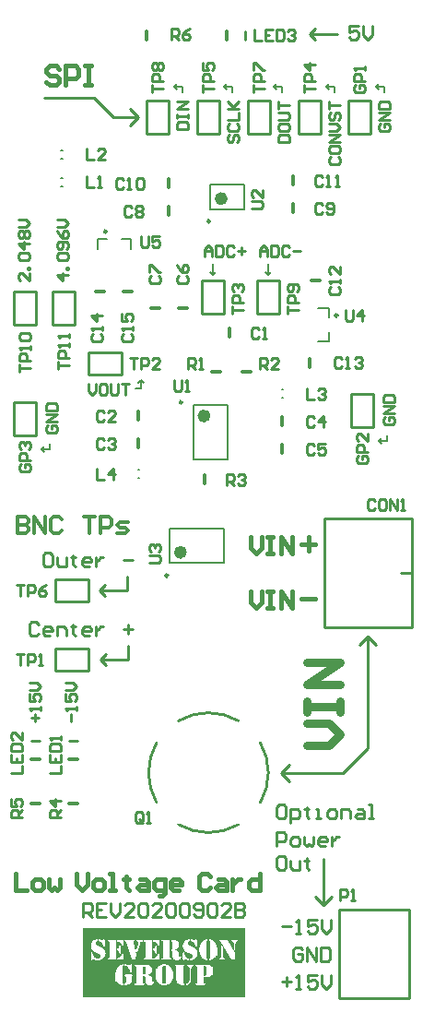
<source format=gto>
G04*
G04 #@! TF.GenerationSoftware,Altium Limited,Altium Designer,19.1.8 (144)*
G04*
G04 Layer_Color=65535*
%FSLAX25Y25*%
%MOIN*%
G70*
G01*
G75*
%ADD10C,0.00984*%
%ADD11C,0.02362*%
%ADD12C,0.01000*%
%ADD13C,0.01500*%
%ADD14C,0.00800*%
%ADD15C,0.00787*%
%ADD16C,0.01200*%
%ADD17C,0.01300*%
%ADD18C,0.03000*%
G36*
X186500Y122231D02*
Y109000D01*
X128000D01*
Y122231D01*
D01*
Y134000D01*
X186500D01*
Y122231D01*
D02*
G37*
%LPC*%
G36*
X166369Y129825D02*
X163974D01*
D01*
X166369D01*
D02*
G37*
G36*
X139792Y129681D02*
X137266D01*
X137140Y129672D01*
X137050Y129645D01*
X137014Y129627D01*
X136987Y129609D01*
X136978Y129600D01*
X136969D01*
X136932Y129573D01*
X136914Y129537D01*
X136878Y129474D01*
X136869Y129420D01*
Y129429D01*
Y129402D01*
X136878Y129320D01*
X136905Y129257D01*
X136932Y129212D01*
X136978Y129176D01*
X137014Y129149D01*
X137041Y129131D01*
X137068Y129113D01*
X137077D01*
X137140Y129095D01*
X137185Y129077D01*
X137221Y129059D01*
X137248Y129050D01*
X137275Y129032D01*
X137284D01*
X137311Y129023D01*
X137329Y129005D01*
X137347Y128987D01*
Y128978D01*
X137374Y128942D01*
X137392Y128896D01*
X137410Y128806D01*
X137419Y128761D01*
Y128725D01*
Y128707D01*
Y128698D01*
Y123340D01*
X137410Y123223D01*
X137383Y123142D01*
X137356Y123088D01*
X137347Y123070D01*
X137329Y123042D01*
X137302Y123024D01*
X137293Y123006D01*
X137284D01*
X137266Y122997D01*
X137239Y122988D01*
X137167Y122970D01*
X137140Y122952D01*
X137104Y122943D01*
X137086Y122934D01*
X137077D01*
X137005Y122907D01*
X136960Y122862D01*
X136923Y122817D01*
X136896Y122763D01*
X136878Y122718D01*
X136869Y122682D01*
Y122700D01*
Y122682D01*
D01*
Y122375D01*
X142507D01*
Y124332D01*
X142498Y124395D01*
X142489Y124450D01*
X142480Y124495D01*
X142462Y124531D01*
X142453Y124549D01*
X142444Y124567D01*
X142380Y124621D01*
X142317Y124648D01*
X142263Y124657D01*
X142236D01*
X142155Y124648D01*
X142101Y124630D01*
X142065Y124603D01*
X142056Y124594D01*
X142029Y124567D01*
X142011Y124531D01*
X141975Y124450D01*
X141957Y124414D01*
X141948Y124386D01*
X141939Y124368D01*
Y124359D01*
X141893Y124233D01*
X141848Y124125D01*
X141803Y124026D01*
X141758Y123944D01*
X141731Y123881D01*
X141704Y123836D01*
X141686Y123809D01*
X141677Y123800D01*
X141623Y123719D01*
X141560Y123647D01*
X141497Y123584D01*
X141443Y123521D01*
X141388Y123466D01*
X141343Y123430D01*
X141316Y123403D01*
X141307Y123394D01*
X141226Y123322D01*
X141145Y123268D01*
X141064Y123214D01*
X140991Y123169D01*
X140937Y123142D01*
X140883Y123115D01*
X140856Y123106D01*
X140847Y123097D01*
X140757Y123061D01*
X140667Y123033D01*
X140568Y123006D01*
X140477Y122979D01*
X140396Y122970D01*
X140333Y122952D01*
X140297Y122943D01*
X140279D01*
Y122375D01*
X139792D01*
Y129681D01*
D02*
G37*
G36*
X155469D02*
X153313D01*
Y129050D01*
X153538Y129014D01*
X153737Y128960D01*
X153908Y128896D01*
X154052Y128833D01*
X154170Y128770D01*
X154251Y128716D01*
X154305Y128680D01*
X154323Y128662D01*
X154467Y128527D01*
X154585Y128373D01*
X154693Y128220D01*
X154774Y128067D01*
X154837Y127931D01*
X154864Y127868D01*
X154891Y127814D01*
X154909Y127778D01*
X154918Y127742D01*
X154927Y127724D01*
Y127715D01*
X154945Y127661D01*
X154963Y127616D01*
X154990Y127561D01*
X155018Y127525D01*
X155027Y127516D01*
X155081Y127489D01*
X155135Y127480D01*
X155180Y127471D01*
X155198D01*
X155288Y127480D01*
X155351Y127507D01*
X155387Y127534D01*
X155396Y127543D01*
X155441Y127606D01*
X155459Y127688D01*
X155469Y127724D01*
Y127751D01*
Y127769D01*
Y127778D01*
Y129681D01*
D02*
G37*
G36*
X142426D02*
X140270D01*
Y129050D01*
X140495Y129014D01*
X140694Y128960D01*
X140865Y128896D01*
X141009Y128833D01*
X141127Y128770D01*
X141208Y128716D01*
X141262Y128680D01*
X141280Y128662D01*
X141424Y128527D01*
X141542Y128373D01*
X141650Y128220D01*
X141731Y128067D01*
X141794Y127931D01*
X141821Y127868D01*
X141848Y127814D01*
X141866Y127778D01*
X141875Y127742D01*
X141884Y127724D01*
Y127715D01*
X141902Y127661D01*
X141920Y127616D01*
X141948Y127561D01*
X141975Y127525D01*
X141984Y127516D01*
X142038Y127489D01*
X142092Y127480D01*
X142137Y127471D01*
X142155D01*
X142245Y127480D01*
X142308Y127507D01*
X142344Y127534D01*
X142353Y127543D01*
X142399Y127606D01*
X142417Y127688D01*
X142426Y127724D01*
Y127751D01*
Y127769D01*
Y127778D01*
Y129681D01*
D02*
G37*
G36*
X166924Y129798D02*
X166906D01*
Y129203D01*
X167113Y129140D01*
X167303Y129059D01*
X167465Y128969D01*
X167610Y128869D01*
X167718Y128779D01*
X167799Y128707D01*
X167853Y128653D01*
X167871Y128644D01*
Y128635D01*
X168006Y128463D01*
X168061Y128373D01*
X168106Y128301D01*
X168151Y128229D01*
X168178Y128175D01*
X168196Y128139D01*
X168205Y128130D01*
X168295Y127931D01*
X168331Y127841D01*
X168367Y127760D01*
X168385Y127697D01*
X168403Y127643D01*
X168412Y127606D01*
Y127597D01*
X168430Y127507D01*
X168448Y127444D01*
X168466Y127399D01*
Y127390D01*
X168493Y127345D01*
X168520Y127309D01*
X168538Y127291D01*
X168548Y127282D01*
X168620Y127246D01*
X168683Y127228D01*
X168728Y127219D01*
X168746D01*
X168836Y127237D01*
X168908Y127264D01*
X168953Y127291D01*
X168972Y127309D01*
X169026Y127390D01*
X169053Y127471D01*
X169062Y127507D01*
Y127534D01*
Y127552D01*
Y127561D01*
Y129329D01*
Y129411D01*
X169053Y129474D01*
X169044Y129537D01*
X169026Y129582D01*
X169017Y129618D01*
X168999Y129645D01*
X168990Y129654D01*
Y129663D01*
X168963Y129699D01*
X168926Y129726D01*
X168863Y129762D01*
X168809Y129771D01*
X168782D01*
X168737Y129762D01*
X168701Y129753D01*
X168629Y129708D01*
X168593Y129663D01*
X168575Y129654D01*
Y129645D01*
X168448Y129492D01*
X168403Y129456D01*
X168358Y129438D01*
X168322Y129429D01*
X168304D01*
X168250Y129438D01*
X168187Y129447D01*
X168142Y129456D01*
X168133Y129465D01*
X168124D01*
X167970Y129528D01*
X167835Y129582D01*
X167727Y129627D01*
X167628Y129654D01*
X167555Y129681D01*
X167501Y129699D01*
X167465Y129708D01*
X167456D01*
X167276Y129753D01*
X167176Y129762D01*
X167095Y129780D01*
X167014Y129789D01*
X166960D01*
X166924Y129798D01*
D02*
G37*
G36*
X133640Y129798D02*
X133622D01*
Y129203D01*
X133830Y129140D01*
X134019Y129059D01*
X134181Y128969D01*
X134326Y128869D01*
X134434Y128779D01*
X134515Y128707D01*
X134569Y128653D01*
X134587Y128644D01*
Y128635D01*
X134723Y128463D01*
X134777Y128373D01*
X134822Y128301D01*
X134867Y128229D01*
X134894Y128175D01*
X134912Y128139D01*
X134921Y128130D01*
X135011Y127931D01*
X135047Y127841D01*
X135083Y127760D01*
X135101Y127697D01*
X135119Y127643D01*
X135128Y127606D01*
Y127597D01*
X135146Y127507D01*
X135164Y127444D01*
X135183Y127399D01*
Y127390D01*
X135210Y127345D01*
X135237Y127309D01*
X135255Y127291D01*
X135264Y127282D01*
X135336Y127246D01*
X135399Y127228D01*
X135444Y127219D01*
X135462D01*
X135552Y127237D01*
X135625Y127264D01*
X135670Y127291D01*
X135688Y127309D01*
X135742Y127390D01*
X135769Y127471D01*
X135778Y127507D01*
Y127534D01*
Y127552D01*
Y127561D01*
Y129329D01*
Y129411D01*
X135769Y129474D01*
X135760Y129537D01*
X135742Y129582D01*
X135733Y129618D01*
X135715Y129645D01*
X135706Y129654D01*
Y129663D01*
X135679Y129699D01*
X135643Y129726D01*
X135579Y129762D01*
X135525Y129771D01*
X135498D01*
X135453Y129762D01*
X135417Y129753D01*
X135345Y129708D01*
X135309Y129663D01*
X135291Y129654D01*
Y129645D01*
X135164Y129492D01*
X135119Y129456D01*
X135074Y129438D01*
X135038Y129429D01*
X135020D01*
X134966Y129438D01*
X134903Y129447D01*
X134858Y129456D01*
X134849Y129465D01*
X134840D01*
X134687Y129528D01*
X134551Y129582D01*
X134443Y129627D01*
X134344Y129654D01*
X134272Y129681D01*
X134217Y129699D01*
X134181Y129708D01*
X134172D01*
X133992Y129753D01*
X133893Y129762D01*
X133811Y129780D01*
X133730Y129789D01*
X133676D01*
X133640Y129798D01*
D02*
G37*
G36*
X183449Y129681D02*
X181951D01*
X181888Y129672D01*
X181834Y129663D01*
X181789Y129645D01*
X181753Y129636D01*
X181735Y129618D01*
X181726Y129609D01*
X181717D01*
X181663Y129546D01*
X181636Y129483D01*
X181626Y129429D01*
Y129411D01*
Y129402D01*
X181636Y129338D01*
X181645Y129284D01*
X181654Y129248D01*
X181663Y129239D01*
X181708Y129194D01*
X181762Y129158D01*
X181807Y129131D01*
X181816Y129122D01*
X181825D01*
X181942Y129059D01*
X182032Y128987D01*
X182114Y128914D01*
X182177Y128851D01*
X182222Y128797D01*
X182258Y128752D01*
X182276Y128716D01*
X182285Y128707D01*
X182330Y128608D01*
X182366Y128499D01*
X182384Y128391D01*
X182402Y128274D01*
X182411Y128175D01*
X182420Y128094D01*
Y128040D01*
Y128031D01*
Y128022D01*
Y126542D01*
X182989Y125586D01*
Y128022D01*
X182998Y128157D01*
X183007Y128274D01*
X183025Y128373D01*
X183043Y128463D01*
X183061Y128527D01*
X183070Y128581D01*
X183088Y128608D01*
Y128617D01*
X183151Y128725D01*
X183214Y128815D01*
X183286Y128896D01*
X183358Y128960D01*
X183413Y129005D01*
X183467Y129041D01*
X183503Y129059D01*
X183512Y129068D01*
X183575Y129104D01*
X183629Y129131D01*
X183674Y129149D01*
X183701Y129176D01*
X183746Y129203D01*
X183755Y129212D01*
X183791Y129266D01*
X183800Y129320D01*
X183809Y129366D01*
Y129429D01*
X183791Y129465D01*
X183764Y129528D01*
X183728Y129573D01*
X183719Y129591D01*
X183710D01*
X183674Y129618D01*
X183620Y129645D01*
X183503Y129672D01*
X183449Y129681D01*
D02*
G37*
G36*
X154296Y127561D02*
X154269D01*
X154188Y127552D01*
X154125Y127525D01*
X154088Y127489D01*
X154070Y127480D01*
X154052Y127444D01*
X154025Y127399D01*
X153989Y127309D01*
X153980Y127264D01*
X153971Y127237D01*
X153962Y127210D01*
Y127201D01*
X153935Y127092D01*
X153899Y127002D01*
X153863Y126921D01*
X153827Y126849D01*
X153791Y126795D01*
X153764Y126759D01*
X153746Y126732D01*
X153737Y126723D01*
X153674Y126659D01*
X153601Y126596D01*
X153457Y126497D01*
X153394Y126452D01*
X153340Y126425D01*
X153304Y126407D01*
X153286Y126398D01*
Y125776D01*
X153376Y125748D01*
X153466Y125712D01*
X153538Y125667D01*
X153601Y125622D01*
X153647Y125577D01*
X153692Y125550D01*
X153710Y125523D01*
X153719Y125514D01*
X153782Y125433D01*
X153836Y125343D01*
X153881Y125252D01*
X153917Y125162D01*
X153944Y125081D01*
X153962Y125018D01*
X153980Y124973D01*
Y124955D01*
X153998Y124891D01*
X154016Y124837D01*
X154034Y124792D01*
X154052Y124765D01*
X154079Y124720D01*
X154088Y124702D01*
X154152Y124657D01*
X154215Y124639D01*
X154260Y124630D01*
X154332D01*
X154377Y124648D01*
X154440Y124675D01*
X154476Y124702D01*
X154485Y124720D01*
X154503Y124765D01*
X154522Y124819D01*
X154540Y124928D01*
X154549Y124982D01*
Y125027D01*
Y125054D01*
Y125063D01*
Y127101D01*
Y127192D01*
X154540Y127255D01*
X154531Y127318D01*
Y127363D01*
X154522Y127390D01*
X154512Y127408D01*
X154503Y127426D01*
X154476Y127471D01*
X154440Y127507D01*
X154404Y127525D01*
X154359Y127543D01*
X154323Y127552D01*
X154296Y127561D01*
D02*
G37*
G36*
X141253D02*
X141226D01*
X141145Y127552D01*
X141082Y127525D01*
X141046Y127489D01*
X141027Y127480D01*
X141009Y127444D01*
X140982Y127399D01*
X140946Y127309D01*
X140937Y127264D01*
X140928Y127237D01*
X140919Y127210D01*
Y127201D01*
X140892Y127092D01*
X140856Y127002D01*
X140820Y126921D01*
X140784Y126849D01*
X140748Y126795D01*
X140721Y126759D01*
X140703Y126732D01*
X140694Y126723D01*
X140631Y126659D01*
X140559Y126596D01*
X140414Y126497D01*
X140351Y126452D01*
X140297Y126425D01*
X140261Y126407D01*
X140243Y126398D01*
Y125776D01*
X140333Y125748D01*
X140423Y125712D01*
X140495Y125667D01*
X140559Y125622D01*
X140604Y125577D01*
X140649Y125550D01*
X140667Y125523D01*
X140676Y125514D01*
X140739Y125433D01*
X140793Y125343D01*
X140838Y125252D01*
X140874Y125162D01*
X140901Y125081D01*
X140919Y125018D01*
X140937Y124973D01*
Y124955D01*
X140955Y124891D01*
X140973Y124837D01*
X140991Y124792D01*
X141009Y124765D01*
X141037Y124720D01*
X141046Y124702D01*
X141109Y124657D01*
X141172Y124639D01*
X141217Y124630D01*
X141289D01*
X141334Y124648D01*
X141397Y124675D01*
X141433Y124702D01*
X141443Y124720D01*
X141461Y124765D01*
X141479Y124819D01*
X141497Y124928D01*
X141506Y124982D01*
Y125027D01*
Y125054D01*
Y125063D01*
Y127101D01*
Y127192D01*
X141497Y127255D01*
X141488Y127318D01*
Y127363D01*
X141479Y127390D01*
X141470Y127408D01*
X141461Y127426D01*
X141433Y127471D01*
X141397Y127507D01*
X141361Y127525D01*
X141316Y127543D01*
X141280Y127552D01*
X141253Y127561D01*
D02*
G37*
G36*
X177901Y127796D02*
Y123989D01*
X177892Y123854D01*
X177883Y123728D01*
X177856Y123620D01*
X177820Y123512D01*
X177784Y123421D01*
X177739Y123331D01*
X177694Y123259D01*
X177649Y123187D01*
X177550Y123088D01*
X177468Y123006D01*
X177432Y122988D01*
X177405Y122970D01*
X177396Y122952D01*
X177387D01*
X177333Y122916D01*
X177279Y122889D01*
X177243Y122862D01*
X177207Y122835D01*
X177171Y122808D01*
X177162Y122799D01*
X177135Y122754D01*
X177126Y122700D01*
X177117Y122664D01*
Y122673D01*
Y122375D01*
Y122646D01*
X177126Y122600D01*
X177135Y122555D01*
X177189Y122492D01*
X177270Y122438D01*
X177360Y122411D01*
X177441Y122393D01*
X177523Y122384D01*
X177577Y122375D01*
X178921D01*
X179002Y122384D01*
X179065Y122393D01*
X179110Y122411D01*
X179146Y122420D01*
X179164Y122429D01*
X179182Y122438D01*
X179218Y122474D01*
X179245Y122501D01*
X179281Y122573D01*
X179290Y122627D01*
Y122636D01*
Y122646D01*
X179281Y122700D01*
X179272Y122754D01*
X179218Y122826D01*
X179173Y122871D01*
X179155Y122880D01*
X179146D01*
X178984Y122979D01*
X178893Y123042D01*
X178812Y123106D01*
X178740Y123169D01*
X178686Y123232D01*
X178641Y123286D01*
X178614Y123331D01*
X178596Y123358D01*
X178587Y123367D01*
X178551Y123466D01*
X178524Y123566D01*
X178497Y123674D01*
X178488Y123773D01*
X178479Y123854D01*
X178470Y123926D01*
Y123971D01*
Y123989D01*
Y126858D01*
X177901Y127796D01*
D02*
G37*
G36*
X173463Y129825D02*
X173193D01*
X173409D01*
Y129239D01*
X173518Y129194D01*
X173599Y129158D01*
X173644Y129131D01*
X173662Y129122D01*
X173725Y129068D01*
X173770Y129005D01*
X173806Y128960D01*
X173815Y128951D01*
Y128942D01*
X173851Y128878D01*
X173869Y128806D01*
X173905Y128653D01*
Y128590D01*
X173915Y128536D01*
Y128499D01*
Y128490D01*
Y123710D01*
X173905Y123557D01*
X173887Y123421D01*
X173869Y123304D01*
X173842Y123214D01*
X173806Y123142D01*
X173788Y123088D01*
X173770Y123051D01*
X173761Y123042D01*
X173716Y122979D01*
X173662Y122934D01*
X173635Y122907D01*
X173617Y122898D01*
X173554Y122862D01*
X173491Y122835D01*
X173436Y122826D01*
X173418Y122817D01*
X173409D01*
Y122231D01*
D01*
X173626Y122258D01*
X173833Y122294D01*
X174032Y122348D01*
X174221Y122411D01*
X174401Y122483D01*
X174564Y122555D01*
X174717Y122636D01*
X174853Y122718D01*
X174979Y122790D01*
X175087Y122871D01*
X175177Y122934D01*
X175258Y122997D01*
X175322Y123051D01*
X175367Y123088D01*
X175394Y123115D01*
X175403Y123124D01*
X175583Y123331D01*
X175745Y123548D01*
X175890Y123773D01*
X176007Y124017D01*
X176106Y124251D01*
X176197Y124495D01*
X176260Y124729D01*
X176323Y124964D01*
X176359Y125180D01*
X176395Y125379D01*
X176413Y125559D01*
X176431Y125712D01*
X176440Y125839D01*
X176449Y125938D01*
Y122393D01*
Y126019D01*
X176440Y126362D01*
X176404Y126687D01*
X176350Y126993D01*
X176278Y127282D01*
X176197Y127543D01*
X176097Y127787D01*
X175998Y128012D01*
X175899Y128211D01*
X175800Y128382D01*
X175700Y128545D01*
X175601Y128671D01*
X175520Y128779D01*
X175448Y128869D01*
X175394Y128932D01*
X175358Y128969D01*
X175349Y128978D01*
X175195Y129122D01*
X175042Y129239D01*
X174889Y129347D01*
X174753Y129429D01*
X174636Y129492D01*
X174546Y129546D01*
X174510Y129564D01*
X174483Y129573D01*
X174474Y129582D01*
X174465D01*
X174284Y129654D01*
X174095Y129708D01*
X173924Y129753D01*
X173761Y129789D01*
X173617Y129807D01*
X173554Y129816D01*
X173509D01*
X173463Y129825D01*
D02*
G37*
G36*
X180138Y129681D02*
X177658D01*
X177541Y129672D01*
X177459Y129663D01*
X177396D01*
X177351Y129654D01*
X177315Y129645D01*
X177306Y129636D01*
X177297D01*
X177243Y129609D01*
X177207Y129573D01*
X177180Y129537D01*
X177171Y129528D01*
X177144Y129474D01*
X177135Y129420D01*
X177126Y129375D01*
Y129366D01*
Y129356D01*
X177135Y129302D01*
X177153Y129248D01*
X177162Y129212D01*
X177171Y129203D01*
X177207Y129167D01*
X177252Y129131D01*
X177288Y129122D01*
X177297Y129113D01*
X177504Y129032D01*
X177586Y128996D01*
X177640Y128960D01*
X177685Y128932D01*
X177694Y128914D01*
X177721Y128878D01*
X177757Y128833D01*
X177820Y128743D01*
X177838Y128698D01*
X177865Y128671D01*
X177874Y128644D01*
X177883Y128635D01*
X181527Y122375D01*
X183809D01*
D01*
X182989D01*
Y124729D01*
X180138Y129681D01*
D02*
G37*
G36*
X152835Y129681D02*
X150309D01*
X150183Y129672D01*
X150093Y129645D01*
X150057Y129627D01*
X150030Y129609D01*
X150021Y129600D01*
X150011D01*
X149975Y129573D01*
X149957Y129537D01*
X149921Y129474D01*
X149912Y129420D01*
Y127201D01*
Y129402D01*
X149921Y129320D01*
X149948Y129257D01*
X149975Y129212D01*
X150021Y129176D01*
X150057Y129149D01*
X150084Y129131D01*
X150111Y129113D01*
X150120D01*
X150183Y129095D01*
X150228Y129077D01*
X150264Y129059D01*
X150291Y129050D01*
X150318Y129032D01*
X150327D01*
X150354Y129023D01*
X150372Y129005D01*
X150390Y128987D01*
Y128978D01*
X150417Y128942D01*
X150435Y128896D01*
X150453Y128806D01*
X150462Y128761D01*
Y128725D01*
Y128707D01*
Y128698D01*
Y123340D01*
X150453Y123223D01*
X150426Y123142D01*
X150399Y123088D01*
X150390Y123070D01*
X150372Y123042D01*
X150345Y123024D01*
X150336Y123006D01*
X150327D01*
X150309Y122997D01*
X150282Y122988D01*
X150210Y122970D01*
X150183Y122952D01*
X150147Y122943D01*
X150129Y122934D01*
X150120D01*
X150048Y122907D01*
X150002Y122862D01*
X149966Y122817D01*
X149939Y122763D01*
X149921Y122718D01*
X149912Y122682D01*
Y122375D01*
X155550D01*
Y124332D01*
X155541Y124395D01*
X155532Y124450D01*
X155523Y124495D01*
X155505Y124531D01*
X155496Y124549D01*
X155487Y124567D01*
X155423Y124621D01*
X155360Y124648D01*
X155306Y124657D01*
X155279D01*
X155198Y124648D01*
X155144Y124630D01*
X155108Y124603D01*
X155099Y124594D01*
X155072Y124567D01*
X155054Y124531D01*
X155018Y124450D01*
X154999Y124414D01*
X154990Y124386D01*
X154982Y124368D01*
Y124359D01*
X154936Y124233D01*
X154891Y124125D01*
X154846Y124026D01*
X154801Y123944D01*
X154774Y123881D01*
X154747Y123836D01*
X154729Y123809D01*
X154720Y123800D01*
X154666Y123719D01*
X154603Y123647D01*
X154540Y123584D01*
X154485Y123521D01*
X154431Y123466D01*
X154386Y123430D01*
X154359Y123403D01*
X154350Y123394D01*
X154269Y123322D01*
X154188Y123268D01*
X154106Y123214D01*
X154034Y123169D01*
X153980Y123142D01*
X153926Y123115D01*
X153899Y123106D01*
X153890Y123097D01*
X153800Y123061D01*
X153710Y123033D01*
X153610Y123006D01*
X153520Y122979D01*
X153439Y122970D01*
X153376Y122952D01*
X153340Y122943D01*
X153322D01*
Y122375D01*
X152835D01*
Y129681D01*
D02*
G37*
G36*
X149037D02*
X147567D01*
X147504Y129672D01*
X147450Y129654D01*
X147396Y129645D01*
X147360Y129627D01*
X147333Y129609D01*
X147324Y129600D01*
X147315D01*
X147278Y129564D01*
X147251Y129528D01*
X147224Y129456D01*
X147206Y129402D01*
Y129384D01*
Y129375D01*
X147215Y129302D01*
X147242Y129248D01*
X147269Y129203D01*
X147315Y129167D01*
X147351Y129140D01*
X147378Y129122D01*
X147405Y129104D01*
X147414D01*
X147585Y129041D01*
X147648Y129014D01*
X147702Y128978D01*
X147792Y128896D01*
X147820Y128860D01*
X147838Y128824D01*
X147856Y128806D01*
Y128797D01*
X147892Y128698D01*
X147910Y128608D01*
Y128572D01*
Y128545D01*
Y128536D01*
Y128527D01*
X147901Y128499D01*
X147892Y128463D01*
X147874Y128382D01*
X147856Y128337D01*
X147847Y128301D01*
X147838Y128274D01*
Y128265D01*
X147224Y126010D01*
X147504Y125009D01*
X148370Y128139D01*
X148406Y128247D01*
X148442Y128355D01*
X148478Y128445D01*
X148514Y128527D01*
X148550Y128590D01*
X148577Y128635D01*
X148595Y128671D01*
X148604Y128680D01*
X148668Y128761D01*
X148722Y128833D01*
X148785Y128887D01*
X148830Y128932D01*
X148875Y128969D01*
X148911Y128987D01*
X148929Y129005D01*
X148938D01*
X149218Y129131D01*
X149290Y129167D01*
X149335Y129194D01*
X149353Y129221D01*
X149362Y129230D01*
X149389Y129284D01*
X149398Y129338D01*
X149407Y129384D01*
Y122375D01*
X146800D01*
X147305Y124242D01*
X146061Y128599D01*
X146052Y128653D01*
Y128698D01*
Y128734D01*
Y128752D01*
X146061Y128842D01*
X146079Y128905D01*
X146088Y128951D01*
X146097Y128960D01*
X146151Y129014D01*
X146214Y129059D01*
X146268Y129086D01*
X146277Y129095D01*
X146286D01*
X146349Y129131D01*
X146394Y129176D01*
X146431Y129230D01*
X146449Y129275D01*
X146467Y129320D01*
X146476Y129347D01*
Y129375D01*
Y129384D01*
X146467Y129429D01*
X146458Y129474D01*
X146440Y129501D01*
X146431Y129510D01*
X146403Y129555D01*
X146376Y129600D01*
X146349Y129618D01*
X146340Y129627D01*
X146295Y129645D01*
X146250Y129654D01*
X146223Y129663D01*
X146205D01*
X146169Y129672D01*
X146124D01*
X146025Y129681D01*
X143012D01*
X143427D01*
X143355Y129672D01*
X143292Y129663D01*
X143246Y129645D01*
X143201Y129636D01*
X143174Y129618D01*
X143165Y129609D01*
X143156D01*
X143111Y129573D01*
X143075Y129528D01*
X143048Y129492D01*
X143030Y129447D01*
X143021Y129411D01*
X143012Y129384D01*
Y129356D01*
X143021Y129275D01*
X143039Y129221D01*
X143048Y129185D01*
X143057Y129176D01*
X143084Y129158D01*
X143111Y129131D01*
X143192Y129095D01*
X143228Y129077D01*
X143255Y129059D01*
X143273Y129050D01*
X143282D01*
X143337Y129023D01*
X143373Y128996D01*
X143391Y128969D01*
X143400Y128960D01*
X143418Y128942D01*
X143436Y128914D01*
X143454Y128851D01*
X143472Y128797D01*
X143481Y128779D01*
Y128770D01*
X145393Y122375D01*
X149407D01*
Y129402D01*
D01*
X149398Y129456D01*
X149389Y129501D01*
X149344Y129573D01*
X149290Y129609D01*
X149281Y129627D01*
X149272D01*
X149236Y129645D01*
X149191Y129663D01*
X149091Y129672D01*
X149037Y129681D01*
D02*
G37*
G36*
X172976Y129825D02*
D01*
X172760Y129807D01*
X172561Y129780D01*
X172381Y129735D01*
X172228Y129690D01*
X172092Y129654D01*
X172038Y129636D01*
X171993Y129618D01*
X171957Y129600D01*
X171930Y129591D01*
X171921Y129582D01*
X171912D01*
X171741Y129501D01*
X171578Y129402D01*
X171425Y129302D01*
X171299Y129203D01*
X171181Y129113D01*
X171100Y129041D01*
X171046Y128996D01*
X171037Y128987D01*
X171028Y128978D01*
X170839Y128770D01*
X170676Y128554D01*
X170532Y128346D01*
X170415Y128139D01*
X170370Y128049D01*
X170325Y127967D01*
X170288Y127886D01*
X170261Y127823D01*
X170234Y127769D01*
X170216Y127733D01*
X170207Y127706D01*
Y127697D01*
X170117Y127408D01*
X170054Y127120D01*
X170000Y126840D01*
X169973Y126578D01*
X169964Y126461D01*
X169955Y126353D01*
X169946Y126253D01*
Y126172D01*
X169937Y126109D01*
Y126019D01*
X169946Y125676D01*
X169982Y125361D01*
X170036Y125063D01*
X170099Y124783D01*
X170180Y124522D01*
X170261Y124287D01*
X170361Y124071D01*
X170460Y123872D01*
X170550Y123701D01*
X170649Y123548D01*
X170730Y123421D01*
X170812Y123313D01*
X170875Y123232D01*
X170929Y123169D01*
X170965Y123133D01*
X170974Y123124D01*
X171127Y122979D01*
X171290Y122862D01*
X171461Y122745D01*
X171632Y122646D01*
X171795Y122564D01*
X171966Y122492D01*
X172128Y122429D01*
X172282Y122384D01*
X172426Y122339D01*
X172561Y122303D01*
X172679Y122276D01*
X172778Y122258D01*
X172859Y122249D01*
X172922Y122240D01*
X172967Y122231D01*
X173193D01*
X172976D01*
Y122817D01*
X172877Y122844D01*
X172796Y122880D01*
X172733Y122916D01*
X172679Y122952D01*
X172643Y122988D01*
X172616Y123015D01*
X172607Y123033D01*
X172598Y123042D01*
X172552Y123133D01*
X172525Y123232D01*
X172498Y123340D01*
X172489Y123448D01*
X172480Y123548D01*
X172471Y123638D01*
Y123692D01*
Y123701D01*
Y123710D01*
Y128490D01*
X172480Y128608D01*
X172489Y128707D01*
X172507Y128788D01*
X172525Y128860D01*
X172543Y128905D01*
X172561Y128951D01*
X172580Y128969D01*
Y128978D01*
X172634Y129041D01*
X172688Y129095D01*
X172823Y129176D01*
X172886Y129203D01*
X172931Y129221D01*
X172967Y129239D01*
X172976D01*
Y129825D01*
D02*
G37*
G36*
X166482D02*
X166148Y129789D01*
X165851Y129726D01*
X165706Y129690D01*
X165580Y129645D01*
X165463Y129609D01*
X165355Y129564D01*
X165255Y129519D01*
X165174Y129483D01*
X165093Y129438D01*
X165039Y129411D01*
X164985Y129384D01*
X164949Y129356D01*
X164930Y129347D01*
X164921Y129338D01*
X164759Y129212D01*
X164624Y129077D01*
X164498Y128932D01*
X164398Y128797D01*
X164326Y128680D01*
X164263Y128590D01*
X164245Y128554D01*
X164227Y128527D01*
X164218Y128508D01*
Y128499D01*
X164137Y128301D01*
X164074Y128103D01*
X164038Y127913D01*
X164002Y127742D01*
X163983Y127597D01*
Y127534D01*
X163974Y127480D01*
Y127372D01*
X163983Y127155D01*
X164020Y126948D01*
X164065Y126750D01*
X164128Y126569D01*
X164209Y126398D01*
X164290Y126244D01*
X164380Y126100D01*
X164479Y125974D01*
X164570Y125857D01*
X164660Y125748D01*
X164741Y125667D01*
X164822Y125595D01*
X164885Y125532D01*
X164930Y125496D01*
X164967Y125469D01*
X164976Y125460D01*
X165147Y125343D01*
X165219Y125297D01*
X165291Y125252D01*
X165355Y125216D01*
X165400Y125198D01*
X165436Y125180D01*
X165445Y125171D01*
X165499Y125144D01*
X165553Y125117D01*
X165688Y125063D01*
X165842Y124991D01*
X165986Y124928D01*
X166130Y124864D01*
X166184Y124837D01*
X166238Y124810D01*
X166284Y124792D01*
X166320Y124774D01*
X166338Y124765D01*
X166347D01*
X166455Y124720D01*
X166554Y124675D01*
X166735Y124585D01*
X166870Y124513D01*
X166987Y124450D01*
X167068Y124395D01*
X167122Y124359D01*
X167158Y124332D01*
X167167Y124323D01*
X167276Y124215D01*
X167357Y124107D01*
X167411Y124008D01*
X167456Y123908D01*
X167474Y123818D01*
X167483Y123755D01*
X167492Y123710D01*
Y123692D01*
X167483Y123575D01*
X167456Y123466D01*
X167420Y123367D01*
X167384Y123295D01*
X167348Y123232D01*
X167312Y123187D01*
X167285Y123160D01*
X167276Y123151D01*
X167185Y123079D01*
X167086Y123015D01*
X166978Y122961D01*
X166861Y122916D01*
X166762Y122880D01*
X166680Y122853D01*
X166626Y122844D01*
X166617Y122835D01*
X166608D01*
Y122231D01*
D01*
D01*
X169314D01*
X166608D01*
X166735Y122240D01*
X166852Y122249D01*
X166978Y122267D01*
X167086Y122285D01*
X167176Y122303D01*
X167249Y122312D01*
X167294Y122330D01*
X167312D01*
X167456Y122366D01*
X167591Y122411D01*
X167709Y122456D01*
X167817Y122492D01*
X167898Y122528D01*
X167970Y122564D01*
X168006Y122582D01*
X168024Y122591D01*
X168232Y122727D01*
X168421Y122871D01*
X168584Y123024D01*
X168719Y123169D01*
X168827Y123295D01*
X168899Y123403D01*
X168926Y123439D01*
X168944Y123466D01*
X168963Y123484D01*
Y123493D01*
X169080Y123710D01*
X169170Y123935D01*
X169233Y124143D01*
X169269Y124341D01*
X169287Y124432D01*
X169296Y124513D01*
X169305Y124576D01*
Y124639D01*
X169314Y124693D01*
Y124756D01*
X169305Y124928D01*
X169287Y125090D01*
X169251Y125243D01*
X169215Y125388D01*
X169170Y125532D01*
X169116Y125658D01*
X169053Y125785D01*
X168999Y125893D01*
X168935Y125992D01*
X168872Y126082D01*
X168818Y126154D01*
X168773Y126217D01*
X168737Y126272D01*
X168701Y126308D01*
X168683Y126326D01*
X168674Y126335D01*
X168584Y126425D01*
X168493Y126506D01*
X168412Y126578D01*
X168331Y126641D01*
X168268Y126687D01*
X168214Y126723D01*
X168178Y126741D01*
X168169Y126750D01*
X168061Y126813D01*
X167943Y126885D01*
X167817Y126948D01*
X167700Y127011D01*
X167591Y127056D01*
X167510Y127101D01*
X167474Y127120D01*
X167447Y127129D01*
X167438Y127137D01*
X167429D01*
X167285Y127201D01*
X167158Y127255D01*
X167041Y127309D01*
X166933Y127354D01*
X166843Y127399D01*
X166762Y127435D01*
X166689Y127471D01*
X166626Y127498D01*
X166572Y127525D01*
X166527Y127552D01*
X166455Y127579D01*
X166419Y127597D01*
X166410Y127606D01*
X166293Y127679D01*
X166202Y127742D01*
X166121Y127805D01*
X166058Y127868D01*
X166004Y127913D01*
X165968Y127949D01*
X165950Y127976D01*
X165941Y127985D01*
X165896Y128067D01*
X165860Y128139D01*
X165832Y128220D01*
X165814Y128292D01*
X165805Y128355D01*
X165796Y128409D01*
Y128445D01*
Y128454D01*
X165805Y128554D01*
X165823Y128644D01*
X165851Y128725D01*
X165887Y128797D01*
X165914Y128851D01*
X165941Y128887D01*
X165959Y128914D01*
X165968Y128923D01*
X166040Y128987D01*
X166121Y129050D01*
X166202Y129095D01*
X166293Y129131D01*
X166365Y129167D01*
X166428Y129185D01*
X166464Y129203D01*
X166482D01*
Y129825D01*
D02*
G37*
G36*
X166608Y122231D02*
X166535D01*
X166608D01*
D01*
D02*
G37*
G36*
X164299Y125072D02*
X164281D01*
X164236Y125063D01*
X164191Y125054D01*
X164128Y125009D01*
X164083Y124973D01*
X164065Y124964D01*
Y124955D01*
X164020Y124873D01*
X163993Y124792D01*
Y124756D01*
X163983Y124729D01*
Y124711D01*
Y124702D01*
Y122754D01*
Y122673D01*
X163993Y122609D01*
X164011Y122546D01*
X164029Y122492D01*
X164074Y122411D01*
X164137Y122357D01*
X164191Y122330D01*
X164236Y122312D01*
X164272Y122303D01*
X164281D01*
X164317Y122312D01*
X164362Y122321D01*
X164425Y122357D01*
X164471Y122393D01*
X164489Y122411D01*
X164534Y122456D01*
X164561Y122501D01*
X164615Y122555D01*
X164651Y122582D01*
X164660Y122591D01*
X164705Y122609D01*
X164759Y122627D01*
X164867D01*
X164912Y122618D01*
X164949Y122609D01*
X164958Y122600D01*
X164994Y122591D01*
X165039Y122573D01*
X165129Y122528D01*
X165174Y122510D01*
X165201Y122492D01*
X165228Y122483D01*
X165237Y122474D01*
X165436Y122393D01*
X165616Y122330D01*
X165778Y122294D01*
X165923Y122258D01*
X166040Y122240D01*
X166130Y122231D01*
X166211D01*
Y122835D01*
X166058Y122871D01*
X165923Y122925D01*
X165796Y122988D01*
X165688Y123051D01*
X165607Y123106D01*
X165535Y123160D01*
X165499Y123196D01*
X165481Y123205D01*
X165364Y123313D01*
X165264Y123430D01*
X165165Y123538D01*
X165084Y123647D01*
X165021Y123737D01*
X164976Y123818D01*
X164940Y123863D01*
X164930Y123881D01*
X164849Y124035D01*
X164777Y124188D01*
X164723Y124332D01*
X164669Y124468D01*
X164633Y124585D01*
X164606Y124666D01*
X164588Y124702D01*
Y124729D01*
X164579Y124738D01*
Y124747D01*
X164561Y124810D01*
X164543Y124864D01*
X164525Y124910D01*
X164507Y124946D01*
X164471Y124982D01*
X164462Y125000D01*
X164407Y125045D01*
X164344Y125063D01*
X164299Y125072D01*
D02*
G37*
G36*
X163974Y126497D02*
Y122231D01*
D01*
Y126497D01*
D02*
G37*
G36*
X163433Y129681D02*
X156343Y129681D01*
X156740Y129681D01*
X156614Y129672D01*
X156524Y129645D01*
X156488Y129627D01*
X156461Y129609D01*
X156452Y129600D01*
X156443D01*
X156407Y129573D01*
X156389Y129537D01*
X156352Y129474D01*
X156343Y129420D01*
Y129420D01*
Y129420D01*
Y122231D01*
D01*
Y122645D01*
X156352Y122600D01*
X156361Y122564D01*
X156398Y122501D01*
X156425Y122465D01*
X156443Y122447D01*
X156533Y122402D01*
X156632Y122384D01*
X156677Y122375D01*
X159528D01*
X159600Y122384D01*
X159663Y122393D01*
X159708Y122411D01*
X159744Y122420D01*
X159771Y122429D01*
X159789Y122438D01*
X159834Y122474D01*
X159870Y122510D01*
X159897Y122546D01*
X159915Y122582D01*
X159933Y122636D01*
Y122655D01*
Y122664D01*
X159924Y122745D01*
X159897Y122808D01*
X159852Y122862D01*
X159807Y122898D01*
X159753Y122925D01*
X159717Y122943D01*
X159681Y122952D01*
X159672D01*
X159600Y122970D01*
X159546Y122988D01*
X159501Y122997D01*
X159464Y123006D01*
X159446D01*
X159428Y123015D01*
X159419D01*
X159392Y123033D01*
X159365Y123061D01*
X159347Y123079D01*
X159338Y123088D01*
X159311Y123124D01*
X159293Y123169D01*
X159275Y123268D01*
X159266Y123313D01*
Y123349D01*
Y123376D01*
Y123385D01*
Y129681D01*
X159690D01*
Y129086D01*
X159807Y129050D01*
X159906Y129005D01*
X159997Y128960D01*
X160060Y128914D01*
X160105Y128878D01*
X160141Y128842D01*
X160159Y128824D01*
X160168Y128815D01*
X160213Y128752D01*
X160249Y128671D01*
X160267Y128590D01*
X160285Y128508D01*
X160294Y128436D01*
X160303Y128373D01*
Y128337D01*
Y128319D01*
Y126894D01*
Y126813D01*
X160294Y126741D01*
X160285Y126678D01*
Y126623D01*
X160276Y126587D01*
X160267Y126560D01*
X160258Y126542D01*
Y126533D01*
X160222Y126443D01*
X160177Y126380D01*
X160132Y126335D01*
X160123Y126317D01*
X160114D01*
X160060Y126281D01*
X159997Y126244D01*
X159861Y126199D01*
X159798Y126181D01*
X159744Y126172D01*
X159708Y126163D01*
X159699D01*
Y125595D01*
X159798Y125577D01*
X159888Y125541D01*
X159969Y125505D01*
X160033Y125469D01*
X160078Y125433D01*
X160114Y125397D01*
X160132Y125379D01*
X160141Y125370D01*
X160186Y125306D01*
X160222Y125243D01*
X160267Y125126D01*
X160276Y125081D01*
X160285Y125036D01*
X160294Y125009D01*
Y125000D01*
Y124973D01*
X160303Y124928D01*
Y124873D01*
Y124810D01*
Y124756D01*
Y124702D01*
Y124666D01*
Y124657D01*
Y123755D01*
X160312Y123620D01*
X160321Y123502D01*
X160366Y123277D01*
X160430Y123079D01*
X160502Y122925D01*
X160565Y122790D01*
X160628Y122700D01*
X160655Y122673D01*
X160673Y122646D01*
X160691Y122636D01*
Y122627D01*
X160772Y122555D01*
X160854Y122501D01*
X161034Y122402D01*
X161214Y122330D01*
X161395Y122285D01*
X161557Y122249D01*
X161620Y122240D01*
X161683D01*
X161728Y122231D01*
X156343Y122231D01*
X161927Y122231D01*
X162035Y122240D01*
X162143Y122258D01*
X162224Y122276D01*
X162297Y122285D01*
X162351Y122303D01*
X162387Y122312D01*
X162396D01*
X162495Y122339D01*
X162585Y122384D01*
X162666Y122420D01*
X162730Y122465D01*
X162793Y122501D01*
X162838Y122528D01*
X162865Y122546D01*
X162874Y122555D01*
X162964Y122627D01*
X163036Y122700D01*
X163109Y122772D01*
X163163Y122835D01*
X163208Y122898D01*
X163244Y122943D01*
X163262Y122970D01*
X163271Y122979D01*
X163325Y123070D01*
X163361Y123142D01*
X163397Y123214D01*
X163415Y123277D01*
X163424Y123322D01*
X163433Y123358D01*
Y123421D01*
X163415Y123457D01*
X163388Y123521D01*
X163352Y123566D01*
X163343Y123584D01*
X163334D01*
X163298Y123620D01*
X163271Y123638D01*
X163208Y123674D01*
X163172Y123683D01*
X163154D01*
X163100Y123674D01*
X163045Y123656D01*
X162964Y123593D01*
X162928Y123557D01*
X162901Y123521D01*
X162883Y123502D01*
X162874Y123493D01*
X162838Y123457D01*
X162811Y123421D01*
X162802Y123412D01*
X162793Y123403D01*
X162748Y123385D01*
X162721D01*
X162685Y123394D01*
X162657Y123412D01*
X162630Y123466D01*
X162612Y123521D01*
Y123538D01*
Y123548D01*
Y124657D01*
X162603Y124747D01*
X162594Y124837D01*
X162576Y124919D01*
X162549Y124991D01*
X162522Y125054D01*
X162504Y125099D01*
X162495Y125126D01*
X162486Y125135D01*
X162441Y125216D01*
X162387Y125297D01*
X162324Y125370D01*
X162270Y125424D01*
X162224Y125478D01*
X162179Y125514D01*
X162152Y125532D01*
X162143Y125541D01*
X161981Y125640D01*
X161900Y125685D01*
X161828Y125721D01*
X161756Y125748D01*
X161710Y125767D01*
X161674Y125785D01*
X161665D01*
X161557Y125821D01*
X161440Y125848D01*
X161313Y125875D01*
X161187Y125902D01*
X161079Y125920D01*
X160989Y125938D01*
X160953D01*
X160926Y125947D01*
X160908D01*
X161097Y126010D01*
X161259Y126064D01*
X161404Y126109D01*
X161512Y126154D01*
X161602Y126190D01*
X161665Y126217D01*
X161701Y126226D01*
X161710Y126235D01*
X161810Y126290D01*
X161900Y126344D01*
X161981Y126398D01*
X162044Y126452D01*
X162098Y126497D01*
X162143Y126533D01*
X162170Y126560D01*
X162179Y126569D01*
X162261Y126659D01*
X162342Y126759D01*
X162405Y126867D01*
X162459Y126966D01*
X162540Y127174D01*
X162594Y127372D01*
X162630Y127543D01*
X162639Y127616D01*
X162648Y127679D01*
X162657Y127733D01*
Y127769D01*
Y127796D01*
Y127805D01*
X162648Y127976D01*
X162630Y128130D01*
X162594Y128274D01*
X162549Y128418D01*
X162495Y128545D01*
X162432Y128662D01*
X162369Y128770D01*
X162306Y128860D01*
X162243Y128951D01*
X162179Y129023D01*
X162116Y129086D01*
X162062Y129140D01*
X162017Y129176D01*
X161981Y129203D01*
X161963Y129221D01*
X161954Y129230D01*
X161765Y129347D01*
X161575Y129438D01*
X161386Y129510D01*
X161214Y129564D01*
X161070Y129600D01*
X161007Y129609D01*
X160953Y129618D01*
X160908Y129627D01*
X160872Y129636D01*
X160845D01*
X160682Y129654D01*
X160511Y129663D01*
X160339Y129672D01*
X160186D01*
X160042Y129681D01*
X163433D01*
D02*
G37*
G36*
X133198Y129825D02*
D01*
X132864Y129789D01*
X132567Y129726D01*
X132422Y129690D01*
X132296Y129645D01*
X132179Y129609D01*
X132071Y129564D01*
X131972Y129519D01*
X131890Y129483D01*
X131809Y129438D01*
X131755Y129411D01*
X131701Y129384D01*
X131665Y129356D01*
X131647Y129347D01*
X131638Y129338D01*
X131475Y129212D01*
X131340Y129077D01*
X131214Y128932D01*
X131115Y128797D01*
X131042Y128680D01*
X130979Y128590D01*
X130961Y128554D01*
X130943Y128527D01*
X130934Y128508D01*
Y128499D01*
X130853Y128301D01*
X130790Y128103D01*
X130754Y127913D01*
X130718Y127742D01*
X130700Y127597D01*
Y127534D01*
X130691Y127480D01*
Y127372D01*
X130700Y127155D01*
X130736Y126948D01*
X130781Y126750D01*
X130844Y126569D01*
X130925Y126398D01*
X131006Y126244D01*
X131096Y126100D01*
X131196Y125974D01*
X131286Y125857D01*
X131376Y125748D01*
X131457Y125667D01*
X131538Y125595D01*
X131602Y125532D01*
X131647Y125496D01*
X131683Y125469D01*
X131692Y125460D01*
X131863Y125343D01*
X131935Y125297D01*
X132008Y125252D01*
X132071Y125216D01*
X132116Y125198D01*
X132152Y125180D01*
X132161Y125171D01*
X132215Y125144D01*
X132269Y125117D01*
X132404Y125063D01*
X132558Y124991D01*
X132702Y124928D01*
X132846Y124864D01*
X132901Y124837D01*
X132955Y124810D01*
X133000Y124792D01*
X133036Y124774D01*
X133054Y124765D01*
X133063D01*
X133171Y124720D01*
X133270Y124675D01*
X133451Y124585D01*
X133586Y124513D01*
X133703Y124450D01*
X133784Y124395D01*
X133839Y124359D01*
X133875Y124332D01*
X133884Y124323D01*
X133992Y124215D01*
X134073Y124107D01*
X134127Y124008D01*
X134172Y123908D01*
X134190Y123818D01*
X134199Y123755D01*
X134208Y123710D01*
Y123692D01*
X134199Y123575D01*
X134172Y123466D01*
X134136Y123367D01*
X134100Y123295D01*
X134064Y123232D01*
X134028Y123187D01*
X134001Y123160D01*
X133992Y123151D01*
X133902Y123079D01*
X133802Y123015D01*
X133694Y122961D01*
X133577Y122916D01*
X133478Y122880D01*
X133397Y122853D01*
X133343Y122844D01*
X133334Y122835D01*
X133325D01*
Y122231D01*
X132928D01*
Y122835D01*
X132774Y122871D01*
X132639Y122925D01*
X132513Y122988D01*
X132404Y123051D01*
X132323Y123106D01*
X132251Y123160D01*
X132215Y123196D01*
X132197Y123205D01*
X132080Y123313D01*
X131981Y123430D01*
X131881Y123538D01*
X131800Y123647D01*
X131737Y123737D01*
X131692Y123818D01*
X131656Y123863D01*
X131647Y123881D01*
X131566Y124035D01*
X131493Y124188D01*
X131439Y124332D01*
X131385Y124468D01*
X131349Y124585D01*
X131322Y124666D01*
X131304Y124702D01*
Y124729D01*
X131295Y124738D01*
Y124747D01*
X131277Y124810D01*
X131259Y124864D01*
X131241Y124910D01*
X131223Y124946D01*
X131187Y124982D01*
X131178Y125000D01*
X131124Y125045D01*
X131060Y125063D01*
X131015Y125072D01*
X130997D01*
X130952Y125063D01*
X130907Y125054D01*
X130844Y125009D01*
X130799Y124973D01*
X130781Y124964D01*
Y124955D01*
X130736Y124873D01*
X130709Y124792D01*
Y124756D01*
X130700Y124729D01*
Y124711D01*
Y124702D01*
Y122754D01*
Y122673D01*
X130709Y122609D01*
X130727Y122546D01*
X130745Y122492D01*
X130790Y122411D01*
X130853Y122357D01*
X130907Y122330D01*
X130952Y122312D01*
X130988Y122303D01*
X130997D01*
X131033Y122312D01*
X131079Y122321D01*
X131142Y122357D01*
X131187Y122393D01*
X131205Y122411D01*
X131250Y122456D01*
X131277Y122501D01*
X131331Y122555D01*
X131367Y122582D01*
X131376Y122591D01*
X131421Y122609D01*
X131475Y122627D01*
X131584D01*
X131629Y122618D01*
X131665Y122609D01*
X131674Y122600D01*
X131710Y122591D01*
X131755Y122573D01*
X131845Y122528D01*
X131890Y122510D01*
X131917Y122492D01*
X131944Y122483D01*
X131953Y122474D01*
X132152Y122393D01*
X132332Y122330D01*
X132495Y122294D01*
X132639Y122258D01*
X132756Y122240D01*
X132846Y122231D01*
X130691D01*
X136030D01*
X133325D01*
X133451Y122240D01*
X133568Y122249D01*
X133694Y122267D01*
X133802Y122285D01*
X133893Y122303D01*
X133965Y122312D01*
X134010Y122330D01*
X134028D01*
X134172Y122366D01*
X134308Y122411D01*
X134425Y122456D01*
X134533Y122492D01*
X134614Y122528D01*
X134687Y122564D01*
X134723Y122582D01*
X134741Y122591D01*
X134948Y122727D01*
X135137Y122871D01*
X135300Y123024D01*
X135435Y123169D01*
X135543Y123295D01*
X135616Y123403D01*
X135643Y123439D01*
X135661Y123466D01*
X135679Y123484D01*
Y123493D01*
X135796Y123710D01*
X135886Y123935D01*
X135949Y124143D01*
X135985Y124341D01*
X136003Y124432D01*
X136012Y124513D01*
X136021Y124576D01*
Y124639D01*
X136030Y124693D01*
Y124756D01*
X136021Y124928D01*
X136003Y125090D01*
X135967Y125243D01*
X135931Y125388D01*
X135886Y125532D01*
X135832Y125658D01*
X135769Y125785D01*
X135715Y125893D01*
X135652Y125992D01*
X135589Y126082D01*
X135534Y126154D01*
X135489Y126217D01*
X135453Y126272D01*
X135417Y126308D01*
X135399Y126326D01*
X135390Y126335D01*
X135300Y126425D01*
X135210Y126506D01*
X135128Y126578D01*
X135047Y126641D01*
X134984Y126687D01*
X134930Y126723D01*
X134894Y126741D01*
X134885Y126750D01*
X134777Y126813D01*
X134659Y126885D01*
X134533Y126948D01*
X134416Y127011D01*
X134308Y127056D01*
X134226Y127101D01*
X134190Y127120D01*
X134163Y127129D01*
X134154Y127137D01*
X134145D01*
X134001Y127201D01*
X133875Y127255D01*
X133757Y127309D01*
X133649Y127354D01*
X133559Y127399D01*
X133478Y127435D01*
X133406Y127471D01*
X133343Y127498D01*
X133288Y127525D01*
X133243Y127552D01*
X133171Y127579D01*
X133135Y127597D01*
X133126Y127606D01*
X133009Y127679D01*
X132919Y127742D01*
X132837Y127805D01*
X132774Y127868D01*
X132720Y127913D01*
X132684Y127949D01*
X132666Y127976D01*
X132657Y127985D01*
X132612Y128067D01*
X132576Y128139D01*
X132549Y128220D01*
X132531Y128292D01*
X132522Y128355D01*
X132513Y128409D01*
Y128445D01*
Y128454D01*
X132522Y128554D01*
X132540Y128644D01*
X132567Y128725D01*
X132603Y128797D01*
X132630Y128851D01*
X132657Y128887D01*
X132675Y128914D01*
X132684Y128923D01*
X132756Y128987D01*
X132837Y129050D01*
X132919Y129095D01*
X133009Y129131D01*
X133081Y129167D01*
X133144Y129185D01*
X133180Y129203D01*
X133198D01*
Y129825D01*
D02*
G37*
G36*
X130691Y126849D02*
Y122231D01*
D01*
Y126849D01*
D02*
G37*
G36*
X145786Y120769D02*
X143067D01*
X145253D01*
X145199Y120760D01*
X145154Y120751D01*
X145082Y120706D01*
X145037Y120652D01*
X145019Y120643D01*
Y120634D01*
X144974Y120571D01*
X144929Y120517D01*
X144893Y120481D01*
X144875Y120445D01*
X144839Y120409D01*
X144829Y120400D01*
X144793Y120381D01*
X144748Y120372D01*
X144721Y120363D01*
X144703D01*
X144622Y120372D01*
X144541Y120400D01*
X144505Y120418D01*
X144469Y120427D01*
X144451Y120436D01*
X144442D01*
X144216Y120517D01*
X143982Y120589D01*
X143747Y120643D01*
X143522Y120688D01*
X143413Y120706D01*
X143323Y120724D01*
X143233Y120733D01*
X143161Y120742D01*
X143098Y120751D01*
X143052Y120760D01*
X143016D01*
Y120183D01*
X143161Y120165D01*
X143296Y120147D01*
X143413Y120120D01*
X143503Y120093D01*
X143585Y120075D01*
X143648Y120048D01*
X143684Y120039D01*
X143693Y120030D01*
X143792Y119976D01*
X143882Y119913D01*
X143964Y119849D01*
X144036Y119786D01*
X144099Y119732D01*
X144144Y119687D01*
X144171Y119651D01*
X144180Y119642D01*
X144252Y119552D01*
X144324Y119443D01*
X144396Y119335D01*
X144460Y119236D01*
X144514Y119146D01*
X144550Y119074D01*
X144577Y119028D01*
X144586Y119019D01*
Y119010D01*
X144658Y118866D01*
X144721Y118731D01*
X144766Y118614D01*
X144811Y118514D01*
X144839Y118424D01*
X144857Y118361D01*
X144875Y118325D01*
Y118307D01*
X144902Y118226D01*
X144920Y118163D01*
X144947Y118108D01*
X144965Y118063D01*
X144983Y118027D01*
X145001Y118009D01*
X145010Y117991D01*
X145073Y117946D01*
X145145Y117928D01*
X145199Y117919D01*
X145226D01*
X145281Y117928D01*
X145326Y117937D01*
X145407Y117982D01*
X145461Y118045D01*
X145497Y118126D01*
X145515Y118199D01*
X145533Y118262D01*
Y118307D01*
Y118325D01*
Y120409D01*
Y120472D01*
X145524Y120535D01*
X145515Y120580D01*
X145506Y120616D01*
X145479Y120661D01*
X145470Y120679D01*
X145407Y120733D01*
X145335Y120760D01*
X145281Y120769D01*
X145786D01*
D02*
G37*
G36*
X161111Y120183D02*
Y119444D01*
D01*
Y120183D01*
D02*
G37*
G36*
Y119443D02*
Y119398D01*
D01*
Y119443D01*
D02*
G37*
G36*
Y119398D02*
Y119317D01*
D01*
Y119398D01*
D02*
G37*
G36*
Y119308D02*
Y119146D01*
D01*
Y119308D01*
D02*
G37*
G36*
Y119146D02*
Y119119D01*
D01*
Y119146D01*
D02*
G37*
G36*
Y119083D02*
Y118560D01*
D01*
Y119083D01*
D02*
G37*
G36*
X174938Y120625D02*
D01*
Y118424D01*
X174920Y118695D01*
X174884Y118929D01*
X174821Y119146D01*
X174758Y119326D01*
X174722Y119398D01*
X174695Y119471D01*
X174659Y119534D01*
X174632Y119579D01*
X174613Y119615D01*
X174595Y119642D01*
X174577Y119660D01*
Y119669D01*
X174433Y119849D01*
X174280Y119994D01*
X174117Y120129D01*
X173964Y120228D01*
X173829Y120309D01*
X173775Y120336D01*
X173721Y120363D01*
X173675Y120381D01*
X173648Y120400D01*
X173630Y120409D01*
X173621D01*
X173513Y120445D01*
X173405Y120481D01*
X173143Y120535D01*
X172873Y120571D01*
X172611Y120598D01*
X172485Y120607D01*
X172368Y120616D01*
X172259D01*
X172169Y120625D01*
X174938D01*
X171989D01*
Y120039D01*
X172088Y120021D01*
X172169Y119994D01*
X172241Y119967D01*
X172304Y119940D01*
X172350Y119904D01*
X172386Y119885D01*
X172404Y119867D01*
X172413Y119858D01*
X172485Y119777D01*
X172530Y119705D01*
X172548Y119642D01*
X172557Y119633D01*
Y119624D01*
X172575Y119579D01*
X172584Y119516D01*
X172593Y119398D01*
X172602Y119344D01*
Y119299D01*
Y119263D01*
Y119254D01*
Y117540D01*
X172593Y117414D01*
X172584Y117306D01*
X172566Y117207D01*
X172548Y117125D01*
X172521Y117062D01*
X172503Y117017D01*
X172494Y116990D01*
X172485Y116981D01*
X172431Y116900D01*
X172377Y116837D01*
X172331Y116801D01*
X172322Y116792D01*
X172313D01*
X172277Y116773D01*
X172223Y116755D01*
X172124Y116719D01*
X172070Y116701D01*
X172034Y116692D01*
X172007Y116683D01*
X171998D01*
Y116115D01*
X172178D01*
X172359Y116124D01*
X172512Y116133D01*
X172665Y116142D01*
X172810Y116160D01*
X172936Y116178D01*
X173053Y116196D01*
X173152Y116214D01*
X173242Y116232D01*
X173324Y116250D01*
X173396Y116268D01*
X173450Y116286D01*
X173495Y116296D01*
X173522Y116305D01*
X173540Y116314D01*
X173549D01*
X173784Y116413D01*
X173982Y116539D01*
X174162Y116665D01*
X174307Y116792D01*
X174424Y116900D01*
X174505Y116999D01*
X174532Y117035D01*
X174550Y117053D01*
X174568Y117071D01*
Y117080D01*
X174695Y117288D01*
X174785Y117513D01*
X174848Y117739D01*
X174893Y117946D01*
X174911Y118045D01*
X174920Y118135D01*
X174929Y118217D01*
Y118289D01*
X174938Y118343D01*
Y113319D01*
X171799D01*
X171871Y113328D01*
X171935Y113337D01*
X171980Y113355D01*
X172016Y113364D01*
X172043Y113373D01*
X172061Y113382D01*
X172106Y113418D01*
X172142Y113454D01*
X172169Y113490D01*
X172187Y113526D01*
X172205Y113580D01*
Y113599D01*
Y113608D01*
X172196Y113689D01*
X172169Y113752D01*
X172124Y113806D01*
X172079Y113842D01*
X172025Y113869D01*
X171989Y113887D01*
X171953Y113896D01*
X171944D01*
X171871Y113914D01*
X171817Y113932D01*
X171772Y113941D01*
X171736Y113950D01*
X171718D01*
X171700Y113959D01*
X171691D01*
X171664Y113977D01*
X171637Y114004D01*
X171619Y114022D01*
X171610Y114031D01*
X171583Y114067D01*
X171565Y114113D01*
X171547Y114212D01*
X171538Y114257D01*
Y114293D01*
Y114320D01*
Y114329D01*
Y120625D01*
X169012D01*
X168886Y120616D01*
X168796Y120589D01*
X168760Y120571D01*
X168733Y120553D01*
X168723Y120544D01*
X168714D01*
X168678Y120517D01*
X168660Y120481D01*
X168624Y120418D01*
X168615Y120363D01*
Y120345D01*
X168624Y120264D01*
X168651Y120201D01*
X168678Y120156D01*
X168723Y120120D01*
X168760Y120093D01*
X168787Y120075D01*
X168814Y120057D01*
X168823D01*
X168886Y120039D01*
X168931Y120021D01*
X168967Y120003D01*
X168994Y119994D01*
X169021Y119976D01*
X169030D01*
X169057Y119967D01*
X169075Y119949D01*
X169093Y119931D01*
Y119922D01*
X169120Y119885D01*
X169138Y119840D01*
X169156Y119750D01*
X169165Y119705D01*
Y119669D01*
Y119651D01*
Y119642D01*
Y114284D01*
X169156Y114167D01*
X169129Y114086D01*
X169102Y114031D01*
X169093Y114013D01*
X169075Y113986D01*
X169048Y113968D01*
X169039Y113950D01*
X169030D01*
X169012Y113941D01*
X168985Y113932D01*
X168913Y113914D01*
X168886Y113896D01*
X168850Y113887D01*
X168832Y113878D01*
X168823D01*
X168751Y113851D01*
X168705Y113806D01*
X168669Y113761D01*
X168642Y113707D01*
X168624Y113662D01*
X168615Y113626D01*
Y113590D01*
X168624Y113544D01*
X168633Y113508D01*
X168669Y113445D01*
X168696Y113409D01*
X168714Y113391D01*
X168805Y113346D01*
X168904Y113328D01*
X168949Y113319D01*
X168615D01*
D01*
X174938D01*
Y120625D01*
D02*
G37*
G36*
X161111Y118560D02*
Y117874D01*
D01*
Y118560D01*
D02*
G37*
G36*
Y117838D02*
Y117017D01*
D01*
Y117838D01*
D02*
G37*
G36*
Y117017D02*
Y116990D01*
D01*
Y117017D01*
D02*
G37*
G36*
Y116990D02*
Y116485D01*
D01*
Y116990D01*
D02*
G37*
G36*
Y116485D02*
Y116458D01*
D01*
Y116485D01*
D02*
G37*
G36*
Y116449D02*
Y116413D01*
D01*
Y116449D01*
D02*
G37*
G36*
Y116404D02*
Y114031D01*
D01*
Y116404D01*
D02*
G37*
G36*
X150277Y120625D02*
X149926D01*
Y120030D01*
X150043Y119994D01*
X150142Y119949D01*
X150232Y119904D01*
X150296Y119858D01*
X150341Y119822D01*
X150377Y119786D01*
X150395Y119768D01*
X150404Y119759D01*
X150449Y119696D01*
X150485Y119615D01*
X150503Y119534D01*
X150521Y119453D01*
X150530Y119380D01*
X150539Y119317D01*
Y119281D01*
Y119263D01*
Y117838D01*
Y117757D01*
X150530Y117684D01*
X150521Y117621D01*
Y117567D01*
X150512Y117531D01*
X150503Y117504D01*
X150494Y117486D01*
Y117477D01*
X150458Y117387D01*
X150413Y117324D01*
X150368Y117279D01*
X150359Y117261D01*
X150350D01*
X150296Y117225D01*
X150232Y117188D01*
X150097Y117143D01*
X150034Y117125D01*
X149980Y117116D01*
X149944Y117107D01*
X149935D01*
Y116539D01*
X150034Y116521D01*
X150124Y116485D01*
X150205Y116449D01*
X150268Y116413D01*
X150314Y116377D01*
X150350Y116341D01*
X150368Y116323D01*
X150377Y116314D01*
X150422Y116250D01*
X150458Y116187D01*
X150503Y116070D01*
X150512Y116025D01*
X150521Y115980D01*
X150530Y115953D01*
Y115944D01*
Y115917D01*
X150539Y115872D01*
Y115817D01*
Y115754D01*
Y115700D01*
Y115646D01*
Y115610D01*
Y115601D01*
Y114699D01*
X150548Y114564D01*
X150557Y114446D01*
X150602Y114221D01*
X150665Y114022D01*
X150738Y113869D01*
X150801Y113734D01*
X150864Y113644D01*
X150891Y113617D01*
X150909Y113590D01*
X150927Y113580D01*
Y113571D01*
X151008Y113499D01*
X151089Y113445D01*
X151270Y113346D01*
X151450Y113274D01*
X151630Y113229D01*
X151793Y113193D01*
X151856Y113184D01*
X151919D01*
X151964Y113174D01*
X146579D01*
Y113590D01*
X146588Y113544D01*
X146597Y113508D01*
X146634Y113445D01*
X146660Y113409D01*
X146679Y113391D01*
X146769Y113346D01*
X146868Y113328D01*
X146913Y113319D01*
X149763D01*
X149836Y113328D01*
X149899Y113337D01*
X149944Y113355D01*
X149980Y113364D01*
X150007Y113373D01*
X150025Y113382D01*
X150070Y113418D01*
X150106Y113454D01*
X150133Y113490D01*
X150151Y113526D01*
X150169Y113580D01*
Y113599D01*
Y113608D01*
X150160Y113689D01*
X150133Y113752D01*
X150088Y113806D01*
X150043Y113842D01*
X149989Y113869D01*
X149953Y113887D01*
X149917Y113896D01*
X149908D01*
X149836Y113914D01*
X149781Y113932D01*
X149736Y113941D01*
X149700Y113950D01*
X149682D01*
X149664Y113959D01*
X149655D01*
X149628Y113977D01*
X149601Y114004D01*
X149583Y114022D01*
X149574Y114031D01*
X149547Y114067D01*
X149529Y114113D01*
X149511Y114212D01*
X149502Y114257D01*
Y114293D01*
Y114320D01*
Y114329D01*
Y120625D01*
X146976D01*
X146850Y120616D01*
X146760Y120589D01*
X146724Y120571D01*
X146697Y120553D01*
X146688Y120544D01*
X146679D01*
X146642Y120517D01*
X146624Y120481D01*
X146588Y120418D01*
X146579Y120363D01*
Y120625D01*
D01*
D01*
Y113174D01*
X153669D01*
D01*
X152163D01*
X152271Y113184D01*
X152379Y113202D01*
X152460Y113220D01*
X152532Y113229D01*
X152587Y113247D01*
X152623Y113256D01*
X152632D01*
X152731Y113283D01*
X152821Y113328D01*
X152902Y113364D01*
X152965Y113409D01*
X153029Y113445D01*
X153074Y113472D01*
X153101Y113490D01*
X153110Y113499D01*
X153200Y113571D01*
X153272Y113644D01*
X153344Y113716D01*
X153399Y113779D01*
X153444Y113842D01*
X153480Y113887D01*
X153498Y113914D01*
X153507Y113923D01*
X153561Y114013D01*
X153597Y114086D01*
X153633Y114158D01*
X153651Y114221D01*
X153660Y114266D01*
X153669Y114302D01*
Y114365D01*
X153651Y114401D01*
X153624Y114464D01*
X153588Y114509D01*
X153579Y114527D01*
X153570D01*
X153534Y114564D01*
X153507Y114582D01*
X153444Y114618D01*
X153408Y114627D01*
X153389D01*
X153335Y114618D01*
X153281Y114600D01*
X153200Y114537D01*
X153164Y114500D01*
X153137Y114464D01*
X153119Y114446D01*
X153110Y114437D01*
X153074Y114401D01*
X153047Y114365D01*
X153038Y114356D01*
X153029Y114347D01*
X152983Y114329D01*
X152956D01*
X152920Y114338D01*
X152893Y114356D01*
X152866Y114410D01*
X152848Y114464D01*
Y114482D01*
Y114491D01*
Y115601D01*
X152839Y115691D01*
X152830Y115781D01*
X152812Y115863D01*
X152785Y115935D01*
X152758Y115998D01*
X152740Y116043D01*
X152731Y116070D01*
X152722Y116079D01*
X152677Y116160D01*
X152623Y116241D01*
X152560Y116314D01*
X152506Y116368D01*
X152460Y116422D01*
X152415Y116458D01*
X152388Y116476D01*
X152379Y116485D01*
X152217Y116584D01*
X152136Y116629D01*
X152064Y116665D01*
X151991Y116692D01*
X151946Y116710D01*
X151910Y116728D01*
X151901D01*
X151793Y116764D01*
X151676Y116792D01*
X151549Y116819D01*
X151423Y116846D01*
X151315Y116864D01*
X151225Y116882D01*
X151189D01*
X151162Y116891D01*
X151144D01*
X151333Y116954D01*
X151495Y117008D01*
X151640Y117053D01*
X151748Y117098D01*
X151838Y117134D01*
X151901Y117161D01*
X151937Y117170D01*
X151946Y117179D01*
X152046Y117234D01*
X152136Y117288D01*
X152217Y117342D01*
X152280Y117396D01*
X152334Y117441D01*
X152379Y117477D01*
X152406Y117504D01*
X152415Y117513D01*
X152497Y117603D01*
X152578Y117703D01*
X152641Y117811D01*
X152695Y117910D01*
X152776Y118117D01*
X152830Y118316D01*
X152866Y118487D01*
X152875Y118560D01*
X152884Y118623D01*
X152893Y118677D01*
Y118713D01*
Y118740D01*
Y118749D01*
X152884Y118920D01*
X152866Y119074D01*
X152830Y119218D01*
X152785Y119362D01*
X152731Y119489D01*
X152668Y119606D01*
X152605Y119714D01*
X152542Y119804D01*
X152478Y119894D01*
X152415Y119967D01*
X152352Y120030D01*
X152298Y120084D01*
X152253Y120120D01*
X152217Y120147D01*
X152199Y120165D01*
X152190Y120174D01*
X152000Y120291D01*
X151811Y120381D01*
X151621Y120454D01*
X151450Y120508D01*
X151306Y120544D01*
X151243Y120553D01*
X151189Y120562D01*
X151144Y120571D01*
X151107Y120580D01*
X151080D01*
X150918Y120598D01*
X150747Y120607D01*
X150575Y120616D01*
X150422D01*
X150277Y120625D01*
D02*
G37*
G36*
X167515Y120625D02*
X165954D01*
X165882Y120616D01*
X165828Y120607D01*
X165783Y120598D01*
X165747Y120580D01*
X165720Y120571D01*
X165711Y120562D01*
X165702D01*
X165666Y120535D01*
X165648Y120508D01*
X165612Y120436D01*
X165603Y120381D01*
Y120372D01*
Y120363D01*
X165612Y120282D01*
X165630Y120228D01*
X165639Y120192D01*
X165648Y120183D01*
X165675Y120156D01*
X165702Y120138D01*
X165774Y120084D01*
X165837Y120057D01*
X165855Y120039D01*
X165864D01*
X165963Y119976D01*
X166053Y119913D01*
X166126Y119840D01*
X166189Y119759D01*
X166252Y119669D01*
X166297Y119588D01*
X166360Y119416D01*
X166405Y119263D01*
X166414Y119191D01*
X166423Y119128D01*
X166432Y119083D01*
Y119047D01*
Y119019D01*
Y119010D01*
Y115520D01*
Y115375D01*
X166414Y115240D01*
X166369Y114997D01*
X166297Y114789D01*
X166261Y114699D01*
X166225Y114618D01*
X166189Y114546D01*
X166153Y114482D01*
X166117Y114437D01*
X166081Y114392D01*
X166053Y114356D01*
X166035Y114329D01*
X166026Y114320D01*
X166017Y114311D01*
X165882Y114185D01*
X165729Y114086D01*
X165585Y114013D01*
X165440Y113950D01*
X165323Y113914D01*
X165224Y113887D01*
X165188Y113878D01*
X165161Y113869D01*
X165134D01*
Y113174D01*
X164637D01*
Y113869D01*
X164556Y113896D01*
X164484Y113923D01*
X164421Y113950D01*
X164376Y113968D01*
X164349Y113986D01*
X164322Y113995D01*
X164313Y114004D01*
X164304D01*
X164250Y114058D01*
X164195Y114122D01*
X164159Y114176D01*
X164150Y114185D01*
Y114194D01*
X164105Y114302D01*
X164078Y114410D01*
X164060Y114455D01*
Y114491D01*
X164051Y114509D01*
Y114518D01*
X164042Y114600D01*
Y114699D01*
X164033Y114906D01*
Y115006D01*
Y115087D01*
Y115141D01*
Y115150D01*
Y115159D01*
Y119642D01*
Y119705D01*
X164042Y119768D01*
X164051Y119813D01*
X164069Y119849D01*
X164087Y119904D01*
X164096Y119922D01*
X164114Y119949D01*
X164132Y119967D01*
X164150Y119976D01*
X164168Y119985D01*
X164195Y119994D01*
X164277Y120021D01*
X164304Y120039D01*
X164340Y120048D01*
X164358Y120057D01*
X164367D01*
X164439Y120084D01*
X164493Y120129D01*
X164529Y120174D01*
X164556Y120219D01*
X164574Y120264D01*
X164583Y120300D01*
Y120327D01*
Y120336D01*
X164574Y120400D01*
X164556Y120454D01*
X164529Y120490D01*
X164520Y120499D01*
X164466Y120544D01*
X164421Y120580D01*
X164385Y120589D01*
X164367Y120598D01*
X164177Y120625D01*
X161507D01*
X161381Y120616D01*
X161291Y120589D01*
X161255Y120571D01*
X161228Y120553D01*
X161219Y120544D01*
X161210D01*
X161174Y120517D01*
X161156Y120481D01*
X161120Y120418D01*
X161111Y120363D01*
Y120625D01*
D01*
Y120183D01*
D01*
Y120336D01*
X161120Y120264D01*
X161147Y120201D01*
X161174Y120156D01*
X161219Y120120D01*
X161255Y120093D01*
X161282Y120075D01*
X161309Y120057D01*
X161318D01*
X161381Y120039D01*
X161426Y120021D01*
X161462Y120003D01*
X161489Y119994D01*
X161516Y119976D01*
X161525D01*
X161553Y119967D01*
X161571Y119949D01*
X161589Y119931D01*
Y119922D01*
X161616Y119885D01*
X161634Y119840D01*
X161652Y119750D01*
X161661Y119705D01*
Y119669D01*
Y119651D01*
Y119642D01*
Y115448D01*
X161670Y115195D01*
X161688Y114979D01*
X161715Y114789D01*
X161751Y114636D01*
X161787Y114509D01*
X161814Y114428D01*
X161832Y114374D01*
X161841Y114356D01*
X161913Y114230D01*
X162004Y114104D01*
X162103Y113995D01*
X162193Y113905D01*
X162283Y113824D01*
X162355Y113770D01*
X162400Y113725D01*
X162418Y113716D01*
X162572Y113617D01*
X162734Y113535D01*
X162897Y113463D01*
X163041Y113400D01*
X163176Y113355D01*
X163275Y113328D01*
X163311Y113319D01*
X163338Y113310D01*
X163356Y113301D01*
X163366D01*
X163546Y113256D01*
X163735Y113229D01*
X163925Y113202D01*
X164105Y113193D01*
X164268Y113184D01*
X164340Y113174D01*
X167821D01*
X165134D01*
X165269Y113202D01*
X165386Y113229D01*
X165503Y113256D01*
X165594Y113292D01*
X165666Y113319D01*
X165729Y113337D01*
X165765Y113346D01*
X165774Y113355D01*
X165963Y113463D01*
X166135Y113571D01*
X166279Y113689D01*
X166396Y113797D01*
X166487Y113896D01*
X166550Y113968D01*
X166595Y114022D01*
X166604Y114031D01*
Y114041D01*
X166676Y114149D01*
X166739Y114266D01*
X166829Y114518D01*
X166901Y114762D01*
X166955Y114997D01*
X166964Y115105D01*
X166983Y115204D01*
X166992Y115294D01*
Y115366D01*
X167001Y115429D01*
Y115484D01*
Y115511D01*
Y115520D01*
Y119010D01*
X167010Y119137D01*
X167019Y119254D01*
X167037Y119353D01*
X167064Y119444D01*
X167091Y119516D01*
X167109Y119570D01*
X167118Y119606D01*
X167127Y119615D01*
X167181Y119705D01*
X167244Y119786D01*
X167307Y119858D01*
X167361Y119913D01*
X167415Y119958D01*
X167461Y119985D01*
X167488Y120003D01*
X167497Y120012D01*
X167569Y120048D01*
X167623Y120084D01*
X167659Y120111D01*
X167695Y120129D01*
X167713Y120138D01*
X167722Y120147D01*
X167731Y120156D01*
X167785Y120219D01*
X167812Y120282D01*
X167821Y120336D01*
Y120354D01*
X167812Y120400D01*
X167803Y120445D01*
X167749Y120517D01*
X167704Y120553D01*
X167686Y120571D01*
X167677D01*
X167641Y120598D01*
X167605Y120607D01*
X167578Y120616D01*
X167542D01*
X167515Y120625D01*
D02*
G37*
G36*
X161111Y114031D02*
Y113174D01*
X164191D01*
X161111D01*
Y114031D01*
D02*
G37*
G36*
X157557Y120769D02*
X157503D01*
Y120183D01*
X157611Y120138D01*
X157692Y120102D01*
X157737Y120075D01*
X157755Y120066D01*
X157818Y120012D01*
X157863Y119949D01*
X157899Y119904D01*
X157908Y119895D01*
Y119885D01*
X157945Y119822D01*
X157963Y119750D01*
X157999Y119597D01*
Y119534D01*
X158008Y119480D01*
Y119444D01*
Y119434D01*
Y114654D01*
X157999Y114500D01*
X157981Y114365D01*
X157963Y114248D01*
X157936Y114158D01*
X157899Y114086D01*
X157881Y114031D01*
X157863Y113995D01*
X157854Y113986D01*
X157809Y113923D01*
X157755Y113878D01*
X157728Y113851D01*
X157710Y113842D01*
X157647Y113806D01*
X157584Y113779D01*
X157530Y113770D01*
X157512Y113761D01*
X157503D01*
Y113174D01*
X157070D01*
Y113761D01*
X156970Y113788D01*
X156889Y113824D01*
X156826Y113860D01*
X156772Y113896D01*
X156736Y113932D01*
X156709Y113959D01*
X156700Y113977D01*
X156691Y113986D01*
X156646Y114076D01*
X156619Y114176D01*
X156591Y114284D01*
X156582Y114392D01*
X156573Y114491D01*
X156564Y114582D01*
Y114636D01*
Y114645D01*
Y114654D01*
Y119434D01*
X156573Y119552D01*
X156582Y119651D01*
X156601Y119732D01*
X156619Y119804D01*
X156637Y119849D01*
X156655Y119895D01*
X156673Y119913D01*
Y119922D01*
X156727Y119985D01*
X156781Y120039D01*
X156916Y120120D01*
X156979Y120147D01*
X157025Y120165D01*
X157061Y120183D01*
X157070D01*
Y120769D01*
D01*
X156853Y120751D01*
X156655Y120724D01*
X156474Y120679D01*
X156321Y120634D01*
X156186Y120598D01*
X156131Y120580D01*
X156086Y120562D01*
X156050Y120544D01*
X156023Y120535D01*
X156014Y120526D01*
X156005D01*
X155834Y120445D01*
X155672Y120345D01*
X155518Y120246D01*
X155392Y120147D01*
X155275Y120057D01*
X155193Y119985D01*
X155139Y119939D01*
X155130Y119931D01*
X155121Y119922D01*
X154932Y119714D01*
X154770Y119498D01*
X154625Y119290D01*
X154508Y119083D01*
X154463Y118992D01*
X154418Y118911D01*
X154382Y118830D01*
X154355Y118767D01*
X154327Y118713D01*
X154309Y118677D01*
X154300Y118650D01*
Y118641D01*
X154210Y118352D01*
X154147Y118063D01*
X154093Y117784D01*
X154066Y117522D01*
X154057Y117405D01*
X154048Y117297D01*
X154039Y117198D01*
Y117116D01*
X154030Y117053D01*
Y120769D01*
D01*
Y113174D01*
X160542Y113174D01*
X157503D01*
X157719Y113202D01*
X157926Y113238D01*
X158125Y113292D01*
X158314Y113355D01*
X158495Y113427D01*
X158657Y113499D01*
X158810Y113580D01*
X158946Y113662D01*
X159072Y113734D01*
X159180Y113815D01*
X159271Y113878D01*
X159352Y113941D01*
X159415Y113995D01*
X159460Y114031D01*
X159487Y114058D01*
X159496Y114067D01*
X159676Y114275D01*
X159839Y114491D01*
X159983Y114717D01*
X160100Y114961D01*
X160199Y115195D01*
X160290Y115439D01*
X160353Y115673D01*
X160416Y115908D01*
X160452Y116124D01*
X160488Y116323D01*
X160506Y116503D01*
X160524Y116656D01*
X160533Y116782D01*
X160542Y116882D01*
Y116963D01*
X160533Y117306D01*
X160497Y117630D01*
X160443Y117937D01*
X160371Y118226D01*
X160290Y118487D01*
X160190Y118731D01*
X160091Y118956D01*
X159992Y119155D01*
X159893Y119326D01*
X159794Y119489D01*
X159694Y119615D01*
X159613Y119723D01*
X159541Y119813D01*
X159487Y119876D01*
X159451Y119913D01*
X159442Y119922D01*
X159289Y120066D01*
X159135Y120183D01*
X158982Y120291D01*
X158846Y120372D01*
X158729Y120436D01*
X158639Y120490D01*
X158603Y120508D01*
X158576Y120517D01*
X158567Y120526D01*
X158558D01*
X158378Y120598D01*
X158188Y120652D01*
X158017Y120697D01*
X157854Y120733D01*
X157710Y120751D01*
X157647Y120760D01*
X157602D01*
X157557Y120769D01*
D02*
G37*
G36*
X145416Y117026D02*
X143116D01*
X143043Y117017D01*
X142980Y116999D01*
X142935Y116990D01*
X142899Y116972D01*
X142863Y116954D01*
X142854Y116945D01*
X142845D01*
X142809Y116918D01*
X142782Y116882D01*
X142746Y116810D01*
X142728Y116755D01*
Y116737D01*
Y116728D01*
X142737Y116647D01*
X142764Y116584D01*
X142809Y116530D01*
X142854Y116494D01*
X142899Y116467D01*
X142944Y116449D01*
X142971Y116431D01*
X142980D01*
X143052Y116413D01*
X143107Y116404D01*
X143152Y116395D01*
X143179Y116386D01*
X143206Y116377D01*
X143215Y116368D01*
X143224D01*
X143251Y116359D01*
X143278Y116332D01*
X143296Y116314D01*
X143305Y116305D01*
X143332Y116268D01*
X143350Y116223D01*
X143377Y116124D01*
X143386Y116079D01*
Y116043D01*
Y116016D01*
Y116007D01*
Y114437D01*
Y114347D01*
X143368Y114266D01*
X143359Y114194D01*
X143341Y114131D01*
X143323Y114086D01*
X143305Y114041D01*
X143296Y114022D01*
X143287Y114013D01*
X143242Y113950D01*
X143197Y113905D01*
X143170Y113878D01*
X143152Y113869D01*
X143089Y113833D01*
X143016Y113806D01*
X142953Y113788D01*
X142935Y113779D01*
X142926D01*
Y113174D01*
D01*
D01*
X145786D01*
X142926D01*
X143134Y113184D01*
X143242Y113202D01*
X143341Y113211D01*
X143422Y113229D01*
X143485Y113238D01*
X143531Y113247D01*
X143549D01*
X143675Y113274D01*
X143801Y113301D01*
X143909Y113337D01*
X144000Y113364D01*
X144081Y113382D01*
X144135Y113400D01*
X144180Y113418D01*
X144189D01*
X144424Y113526D01*
X144541Y113590D01*
X144640Y113644D01*
X144730Y113698D01*
X144793Y113734D01*
X144839Y113761D01*
X144857Y113770D01*
X144983Y113851D01*
X145100Y113932D01*
X145199Y114013D01*
X145281Y114076D01*
X145344Y114131D01*
X145398Y114176D01*
X145425Y114203D01*
X145434Y114212D01*
Y116034D01*
Y116097D01*
X145443Y116142D01*
Y116187D01*
X145452Y116214D01*
X145461Y116259D01*
Y116268D01*
X145497Y116314D01*
X145542Y116368D01*
X145578Y116404D01*
X145596Y116413D01*
X145668Y116467D01*
X145713Y116512D01*
X145731Y116539D01*
X145740Y116548D01*
X145767Y116602D01*
X145777Y116665D01*
X145786Y116701D01*
Y116782D01*
X145767Y116828D01*
X145749Y116873D01*
X145731Y116900D01*
X145695Y116945D01*
X145686Y116954D01*
X145677D01*
X145632Y116981D01*
X145578Y116999D01*
X145470Y117017D01*
X145416Y117026D01*
D02*
G37*
G36*
X142575Y120769D02*
X139562D01*
Y113174D01*
D01*
Y116882D01*
X139571Y116665D01*
X139580Y116458D01*
X139607Y116259D01*
X139634Y116061D01*
X139670Y115890D01*
X139706Y115718D01*
X139742Y115565D01*
X139787Y115420D01*
X139832Y115294D01*
X139868Y115177D01*
X139904Y115078D01*
X139941Y114997D01*
X139968Y114933D01*
X139995Y114879D01*
X140004Y114852D01*
X140013Y114843D01*
X140130Y114645D01*
X140256Y114464D01*
X140383Y114302D01*
X140500Y114167D01*
X140599Y114049D01*
X140689Y113968D01*
X140743Y113914D01*
X140752Y113905D01*
X140761Y113896D01*
X140942Y113761D01*
X141113Y113635D01*
X141285Y113535D01*
X141447Y113454D01*
X141582Y113391D01*
X141636Y113364D01*
X141691Y113346D01*
X141727Y113328D01*
X141754Y113319D01*
X141772Y113310D01*
X141781D01*
X141862Y113283D01*
X141943Y113256D01*
X142006Y113238D01*
X142060Y113229D01*
X142105Y113211D01*
X142132D01*
X142150Y113202D01*
X142159D01*
X142268Y113184D01*
X142376Y113174D01*
X139562D01*
X142475D01*
Y113779D01*
X142394Y113815D01*
X142331Y113851D01*
X142277Y113887D01*
X142241Y113923D01*
X142214Y113950D01*
X142196Y113977D01*
X142178Y113986D01*
Y113995D01*
X142150Y114058D01*
X142132Y114131D01*
X142105Y114275D01*
Y114338D01*
X142096Y114392D01*
Y114428D01*
Y114437D01*
Y119416D01*
X142105Y119534D01*
X142114Y119633D01*
X142141Y119723D01*
X142169Y119804D01*
X142205Y119876D01*
X142250Y119939D01*
X142340Y120039D01*
X142421Y120102D01*
X142502Y120147D01*
X142556Y120165D01*
X142565Y120174D01*
X142575D01*
Y120769D01*
D02*
G37*
%LPD*%
G36*
X136878Y122600D02*
X136887Y122564D01*
X136923Y122501D01*
X136951Y122465D01*
X136969Y122447D01*
X137059Y122402D01*
X137158Y122384D01*
X137203Y122375D01*
X136869D01*
Y122645D01*
X136878Y122600D01*
D02*
G37*
G36*
X149921D02*
X149930Y122564D01*
X149966Y122501D01*
X149993Y122465D01*
X150011Y122447D01*
X150102Y122402D01*
X150201Y122384D01*
X150246Y122375D01*
X149912D01*
Y122645D01*
X149921Y122600D01*
D02*
G37*
G36*
X156352Y129320D02*
X156380Y129257D01*
X156407Y129212D01*
X156452Y129176D01*
X156488Y129149D01*
X156515Y129131D01*
X156542Y129113D01*
X156551D01*
X156614Y129095D01*
X156659Y129077D01*
X156695Y129059D01*
X156722Y129050D01*
X156749Y129032D01*
X156758D01*
X156786Y129023D01*
X156804Y129005D01*
X156822Y128987D01*
Y128978D01*
X156849Y128942D01*
X156867Y128896D01*
X156885Y128806D01*
X156894Y128761D01*
Y128725D01*
Y128707D01*
Y128698D01*
Y123340D01*
X156885Y123223D01*
X156858Y123142D01*
X156831Y123088D01*
X156822Y123070D01*
X156804Y123042D01*
X156776Y123024D01*
X156767Y123006D01*
X156758D01*
X156740Y122997D01*
X156713Y122988D01*
X156641Y122970D01*
X156614Y122952D01*
X156578Y122943D01*
X156560Y122934D01*
X156551D01*
X156479Y122907D01*
X156434Y122862D01*
X156398Y122817D01*
X156371Y122763D01*
X156352Y122718D01*
X156343Y122682D01*
Y129402D01*
X156352Y129320D01*
D02*
G37*
G36*
X146588Y120264D02*
X146615Y120201D01*
X146642Y120156D01*
X146688Y120120D01*
X146724Y120093D01*
X146751Y120075D01*
X146778Y120057D01*
X146787D01*
X146850Y120039D01*
X146895Y120021D01*
X146931Y120003D01*
X146958Y119994D01*
X146985Y119976D01*
X146994D01*
X147021Y119967D01*
X147039Y119949D01*
X147057Y119931D01*
Y119922D01*
X147084Y119885D01*
X147102Y119840D01*
X147120Y119750D01*
X147130Y119705D01*
Y119669D01*
Y119651D01*
Y119642D01*
Y114284D01*
X147120Y114167D01*
X147093Y114086D01*
X147066Y114031D01*
X147057Y114013D01*
X147039Y113986D01*
X147012Y113968D01*
X147003Y113950D01*
X146994D01*
X146976Y113941D01*
X146949Y113932D01*
X146877Y113914D01*
X146850Y113896D01*
X146814Y113887D01*
X146796Y113878D01*
X146787D01*
X146715Y113851D01*
X146669Y113806D01*
X146634Y113761D01*
X146606Y113707D01*
X146588Y113662D01*
X146579Y113626D01*
Y120345D01*
X146588Y120264D01*
D02*
G37*
G36*
X154039Y116620D02*
X154075Y116305D01*
X154129Y116007D01*
X154192Y115727D01*
X154273Y115466D01*
X154355Y115231D01*
X154454Y115015D01*
X154553Y114816D01*
X154643Y114645D01*
X154742Y114491D01*
X154824Y114365D01*
X154905Y114257D01*
X154968Y114176D01*
X155022Y114113D01*
X155058Y114076D01*
X155067Y114067D01*
X155220Y113923D01*
X155383Y113806D01*
X155554Y113689D01*
X155726Y113590D01*
X155888Y113508D01*
X156059Y113436D01*
X156222Y113373D01*
X156375Y113328D01*
X156519Y113283D01*
X156655Y113247D01*
X156772Y113220D01*
X156871Y113202D01*
X156952Y113193D01*
X157016Y113184D01*
X157061Y113174D01*
X154030Y113174D01*
Y116963D01*
X154039Y116620D01*
D02*
G37*
G36*
X142376Y120760D02*
X142295Y120751D01*
X142223Y120742D01*
X142159Y120733D01*
X142114Y120724D01*
X142087Y120715D01*
X142078D01*
X141889Y120661D01*
X141718Y120589D01*
X141555Y120526D01*
X141420Y120454D01*
X141294Y120390D01*
X141212Y120336D01*
X141176Y120318D01*
X141149Y120300D01*
X141140Y120291D01*
X141131D01*
X140861Y120084D01*
X140626Y119858D01*
X140428Y119633D01*
X140265Y119407D01*
X140193Y119308D01*
X140139Y119209D01*
X140085Y119119D01*
X140040Y119047D01*
X140013Y118983D01*
X139986Y118938D01*
X139977Y118911D01*
X139968Y118902D01*
X139895Y118731D01*
X139832Y118560D01*
X139733Y118217D01*
X139661Y117874D01*
X139634Y117712D01*
X139616Y117558D01*
X139598Y117414D01*
X139580Y117288D01*
X139571Y117170D01*
Y117071D01*
X139562Y116990D01*
Y120769D01*
X142466D01*
X142376Y120760D01*
D02*
G37*
D10*
X136390Y385559D02*
G03*
X136390Y385559I-492J0D01*
G01*
X220010Y355252D02*
G03*
X220010Y355252I-492J0D01*
G01*
X158646Y261272D02*
G03*
X158646Y261272I-492J0D01*
G01*
X173799Y389240D02*
G03*
X173799Y389240I-492J0D01*
G01*
X163764Y323847D02*
G03*
X163764Y323847I-492J0D01*
G01*
D11*
X164276Y269638D02*
G03*
X164276Y269638I-1181J0D01*
G01*
X179016Y397410D02*
G03*
X179016Y397410I-1181J0D01*
G01*
X172819Y318905D02*
G03*
X172819Y318905I-1181J0D01*
G01*
D12*
X184077Y208752D02*
G03*
X162423Y208752I-10827J-18753D01*
G01*
X154498Y200827D02*
G03*
X154498Y179173I18753J-10827D01*
G01*
X162423Y171247D02*
G03*
X184077Y171247I10827J18753D01*
G01*
X192002Y179173D02*
G03*
X192002Y200827I-18753J10827D01*
G01*
X231000Y199000D02*
Y217000D01*
X222000Y190000D02*
X231000Y199000D01*
X145000Y424000D02*
X148000Y427000D01*
X145000Y430000D02*
X148000Y427000D01*
X139000D02*
X148000D01*
X132000Y434000D02*
X139000Y427000D01*
X114000Y434000D02*
X132000D01*
X246748Y242473D02*
Y281842D01*
X215252D02*
X246748D01*
X215252Y242473D02*
X246748D01*
X215252D02*
Y281842D01*
X242811Y262158D02*
X246748D01*
X117000Y364000D02*
X125000D01*
Y352000D02*
Y364000D01*
X117000Y352000D02*
X125000D01*
X117000D02*
Y364000D01*
X103000D02*
X111000D01*
Y352000D02*
Y364000D01*
X103000Y352000D02*
X111000D01*
X103000D02*
Y364000D01*
X191000Y368000D02*
X199000D01*
Y356000D02*
Y368000D01*
X191000Y356000D02*
X199000D01*
X191000D02*
Y368000D01*
X151000Y433000D02*
X159000D01*
Y421000D02*
Y433000D01*
X151000Y421000D02*
X159000D01*
X151000D02*
Y433000D01*
X187500D02*
X195500D01*
Y421000D02*
Y433000D01*
X187500Y421000D02*
X195500D01*
X187500D02*
Y433000D01*
X130000Y252000D02*
Y260000D01*
X118000Y252000D02*
X130000D01*
X118000D02*
Y260000D01*
X130000D01*
X169250Y433000D02*
X177250D01*
Y421000D02*
Y433000D01*
X169250Y421000D02*
X177250D01*
X169250D02*
Y433000D01*
X205750D02*
X213750D01*
Y421000D02*
Y433000D01*
X205750Y421000D02*
X213750D01*
X205750D02*
Y433000D01*
X171000Y368000D02*
X179000D01*
Y356000D02*
Y368000D01*
X171000Y356000D02*
X179000D01*
X171000D02*
Y368000D01*
X142000Y334000D02*
Y342000D01*
X130000Y334000D02*
X142000D01*
X130000D02*
Y342000D01*
X142000D01*
X130000Y227000D02*
Y235000D01*
X118000Y227000D02*
X130000D01*
X118000D02*
Y235000D01*
X130000D01*
X220500Y108500D02*
Y140500D01*
X246000D01*
Y108500D02*
Y140500D01*
X220500Y108500D02*
X246000D01*
X186500Y456500D02*
Y458000D01*
Y455000D02*
Y456500D01*
X109250Y201500D02*
X110750D01*
X112250D01*
X123000D02*
X124500D01*
X126000D01*
X103000Y324000D02*
X111000D01*
Y312000D02*
Y324000D01*
X103000Y312000D02*
X111000D01*
X103000D02*
Y324000D01*
X225000Y327000D02*
X233000D01*
Y315000D02*
Y327000D01*
X225000Y315000D02*
X233000D01*
X225000D02*
Y327000D01*
X224000Y433000D02*
X232000D01*
Y421000D02*
Y433000D01*
X224000Y421000D02*
X232000D01*
X224000D02*
Y433000D01*
X231000Y239133D02*
X234000Y236133D01*
X228000D02*
X231000Y239133D01*
Y217000D02*
Y239133D01*
X199545Y190000D02*
X202545Y187000D01*
X199545Y190000D02*
X202545Y193000D01*
X199545Y190000D02*
X222000D01*
X212000Y145261D02*
X215000Y142261D01*
X218000Y145261D01*
X215000Y142261D02*
Y159000D01*
X144300Y231000D02*
Y236000D01*
X134211Y231000D02*
X144300D01*
X134211D02*
X136211Y229000D01*
X134211Y231000D02*
X136211Y233000D01*
X133911Y256000D02*
X135911Y258000D01*
X133911Y256000D02*
X135911Y254000D01*
X133911Y256000D02*
X144000D01*
Y261000D01*
X210000Y457000D02*
X220000D01*
X210000D02*
X212000Y459000D01*
X210000Y457000D02*
X212000Y455000D01*
X115168Y315490D02*
X114501Y314824D01*
Y313491D01*
X115168Y312825D01*
X117834D01*
X118500Y313491D01*
Y314824D01*
X117834Y315490D01*
X116501D01*
Y314158D01*
X118500Y316823D02*
X114501D01*
X118500Y319489D01*
X114501D01*
Y320822D02*
X118500D01*
Y322821D01*
X117834Y323488D01*
X115168D01*
X114501Y322821D01*
Y320822D01*
X191826Y376500D02*
Y379166D01*
X193159Y380499D01*
X194492Y379166D01*
Y376500D01*
Y378499D01*
X191826D01*
X195825Y380499D02*
Y376500D01*
X197824D01*
X198490Y377166D01*
Y379832D01*
X197824Y380499D01*
X195825D01*
X202489Y379832D02*
X201823Y380499D01*
X200490D01*
X199823Y379832D01*
Y377166D01*
X200490Y376500D01*
X201823D01*
X202489Y377166D01*
X203822Y378499D02*
X206488D01*
X235667Y424490D02*
X235001Y423824D01*
Y422491D01*
X235667Y421825D01*
X238333D01*
X238999Y422491D01*
Y423824D01*
X238333Y424490D01*
X237000D01*
Y423158D01*
X238999Y425823D02*
X235001D01*
X238999Y428489D01*
X235001D01*
Y429822D02*
X238999D01*
Y431821D01*
X238333Y432488D01*
X235667D01*
X235001Y431821D01*
Y429822D01*
X207332Y126165D02*
X206499Y126998D01*
X204833D01*
X204000Y126165D01*
Y122833D01*
X204833Y122000D01*
X206499D01*
X207332Y122833D01*
Y124499D01*
X205666D01*
X208998Y122000D02*
Y126998D01*
X212331Y122000D01*
Y126998D01*
X213997D02*
Y122000D01*
X216496D01*
X217329Y122833D01*
Y126165D01*
X216496Y126998D01*
X213997D01*
X227496Y459998D02*
X224164D01*
Y457499D01*
X225830Y458332D01*
X226663D01*
X227496Y457499D01*
Y455833D01*
X226663Y455000D01*
X224997D01*
X224164Y455833D01*
X229162Y459998D02*
Y456666D01*
X230828Y455000D01*
X232494Y456666D01*
Y459998D01*
X129826Y330499D02*
Y327833D01*
X131159Y326500D01*
X132492Y327833D01*
Y330499D01*
X135824D02*
X134491D01*
X133825Y329832D01*
Y327166D01*
X134491Y326500D01*
X135824D01*
X136490Y327166D01*
Y329832D01*
X135824Y330499D01*
X137823D02*
Y327166D01*
X138490Y326500D01*
X139823D01*
X140489Y327166D01*
Y330499D01*
X141822D02*
X144488D01*
X143155D01*
Y326500D01*
X122500Y369999D02*
X118501D01*
X120501Y368000D01*
Y370666D01*
X122500Y371999D02*
X121834D01*
Y372665D01*
X122500D01*
Y371999D01*
X119168Y375331D02*
X118501Y375997D01*
Y377330D01*
X119168Y377997D01*
X121834D01*
X122500Y377330D01*
Y375997D01*
X121834Y375331D01*
X119168D01*
X121834Y379330D02*
X122500Y379996D01*
Y381329D01*
X121834Y381996D01*
X119168D01*
X118501Y381329D01*
Y379996D01*
X119168Y379330D01*
X119834D01*
X120501Y379996D01*
Y381996D01*
X118501Y385994D02*
X119168Y384661D01*
X120501Y383328D01*
X121834D01*
X122500Y383995D01*
Y385328D01*
X121834Y385994D01*
X121167D01*
X120501Y385328D01*
Y383328D01*
X118501Y387327D02*
X121167D01*
X122500Y388660D01*
X121167Y389993D01*
X118501D01*
X108500Y370666D02*
Y368000D01*
X105834Y370666D01*
X105168D01*
X104501Y369999D01*
Y368666D01*
X105168Y368000D01*
X108500Y371999D02*
X107834D01*
Y372665D01*
X108500D01*
Y371999D01*
X105168Y375331D02*
X104501Y375997D01*
Y377330D01*
X105168Y377997D01*
X107834D01*
X108500Y377330D01*
Y375997D01*
X107834Y375331D01*
X105168D01*
X108500Y381329D02*
X104501D01*
X106501Y379330D01*
Y381996D01*
X105168Y383328D02*
X104501Y383995D01*
Y385328D01*
X105168Y385994D01*
X105834D01*
X106501Y385328D01*
X107167Y385994D01*
X107834D01*
X108500Y385328D01*
Y383995D01*
X107834Y383328D01*
X107167D01*
X106501Y383995D01*
X105834Y383328D01*
X105168D01*
X106501Y383995D02*
Y385328D01*
X104501Y387327D02*
X107167D01*
X108500Y388660D01*
X107167Y389993D01*
X104501D01*
X198501Y417826D02*
X202499D01*
Y419825D01*
X201833Y420492D01*
X199167D01*
X198501Y419825D01*
Y417826D01*
Y423824D02*
Y422491D01*
X199167Y421825D01*
X201833D01*
X202499Y422491D01*
Y423824D01*
X201833Y424490D01*
X199167D01*
X198501Y423824D01*
Y425823D02*
X201833D01*
X202499Y426490D01*
Y427823D01*
X201833Y428489D01*
X198501D01*
Y429822D02*
Y432488D01*
Y431155D01*
X202499D01*
X180917Y420492D02*
X180251Y419825D01*
Y418492D01*
X180917Y417826D01*
X181583D01*
X182250Y418492D01*
Y419825D01*
X182916Y420492D01*
X183583D01*
X184249Y419825D01*
Y418492D01*
X183583Y417826D01*
X180917Y424490D02*
X180251Y423824D01*
Y422491D01*
X180917Y421825D01*
X183583D01*
X184249Y422491D01*
Y423824D01*
X183583Y424490D01*
X180251Y425823D02*
X184249D01*
Y428489D01*
X180251Y429822D02*
X184249D01*
X182916D01*
X180251Y432488D01*
X182250Y430488D01*
X184249Y432488D01*
X128000Y138000D02*
Y142998D01*
X130499D01*
X131332Y142165D01*
Y140499D01*
X130499Y139666D01*
X128000D01*
X129666D02*
X131332Y138000D01*
X136331Y142998D02*
X132998D01*
Y138000D01*
X136331D01*
X132998Y140499D02*
X134664D01*
X137997Y142998D02*
Y139666D01*
X139663Y138000D01*
X141329Y139666D01*
Y142998D01*
X146327Y138000D02*
X142995D01*
X146327Y141332D01*
Y142165D01*
X145494Y142998D01*
X143828D01*
X142995Y142165D01*
X147994D02*
X148827Y142998D01*
X150493D01*
X151326Y142165D01*
Y138833D01*
X150493Y138000D01*
X148827D01*
X147994Y138833D01*
Y142165D01*
X156324Y138000D02*
X152992D01*
X156324Y141332D01*
Y142165D01*
X155491Y142998D01*
X153825D01*
X152992Y142165D01*
X157990D02*
X158823Y142998D01*
X160489D01*
X161322Y142165D01*
Y138833D01*
X160489Y138000D01*
X158823D01*
X157990Y138833D01*
Y142165D01*
X162989D02*
X163822Y142998D01*
X165488D01*
X166321Y142165D01*
Y138833D01*
X165488Y138000D01*
X163822D01*
X162989Y138833D01*
Y142165D01*
X167987Y138833D02*
X168820Y138000D01*
X170486D01*
X171319Y138833D01*
Y142165D01*
X170486Y142998D01*
X168820D01*
X167987Y142165D01*
Y141332D01*
X168820Y140499D01*
X171319D01*
X172985Y142165D02*
X173819Y142998D01*
X175485D01*
X176318Y142165D01*
Y138833D01*
X175485Y138000D01*
X173819D01*
X172985Y138833D01*
Y142165D01*
X181316Y138000D02*
X177984D01*
X181316Y141332D01*
Y142165D01*
X180483Y142998D01*
X178817D01*
X177984Y142165D01*
X182982Y142998D02*
Y138000D01*
X185481D01*
X186314Y138833D01*
Y139666D01*
X185481Y140499D01*
X182982D01*
X185481D01*
X186314Y141332D01*
Y142165D01*
X185481Y142998D01*
X182982D01*
X200499Y178461D02*
X198833D01*
X198000Y177628D01*
Y174295D01*
X198833Y173462D01*
X200499D01*
X201332Y174295D01*
Y177628D01*
X200499Y178461D01*
X202998Y171796D02*
Y176795D01*
X205498D01*
X206331Y175961D01*
Y174295D01*
X205498Y173462D01*
X202998D01*
X208830Y177628D02*
Y176795D01*
X207997D01*
X209663D01*
X208830D01*
Y174295D01*
X209663Y173462D01*
X212162D02*
X213828D01*
X212995D01*
Y176795D01*
X212162D01*
X217161Y173462D02*
X218827D01*
X219660Y174295D01*
Y175961D01*
X218827Y176795D01*
X217161D01*
X216327Y175961D01*
Y174295D01*
X217161Y173462D01*
X221326D02*
Y176795D01*
X223825D01*
X224658Y175961D01*
Y173462D01*
X227157Y176795D02*
X228823D01*
X229656Y175961D01*
Y173462D01*
X227157D01*
X226324Y174295D01*
X227157Y175128D01*
X229656D01*
X231323Y173462D02*
X232989D01*
X232156D01*
Y178461D01*
X231323D01*
X198000Y163398D02*
Y168396D01*
X200499D01*
X201332Y167563D01*
Y165897D01*
X200499Y165064D01*
X198000D01*
X203831Y163398D02*
X205498D01*
X206331Y164231D01*
Y165897D01*
X205498Y166730D01*
X203831D01*
X202998Y165897D01*
Y164231D01*
X203831Y163398D01*
X207997Y166730D02*
Y164231D01*
X208830Y163398D01*
X209663Y164231D01*
X210496Y163398D01*
X211329Y164231D01*
Y166730D01*
X215494Y163398D02*
X213828D01*
X212995Y164231D01*
Y165897D01*
X213828Y166730D01*
X215494D01*
X216327Y165897D01*
Y165064D01*
X212995D01*
X217993Y166730D02*
Y163398D01*
Y165064D01*
X218827Y165897D01*
X219660Y166730D01*
X220493D01*
X200499Y159998D02*
X198833D01*
X198000Y159165D01*
Y155833D01*
X198833Y155000D01*
X200499D01*
X201332Y155833D01*
Y159165D01*
X200499Y159998D01*
X202998Y158332D02*
Y155833D01*
X203831Y155000D01*
X206331D01*
Y158332D01*
X208830Y159165D02*
Y158332D01*
X207997D01*
X209663D01*
X208830D01*
Y155833D01*
X209663Y155000D01*
X115989Y269499D02*
X114323D01*
X113490Y268666D01*
Y265334D01*
X114323Y264501D01*
X115989D01*
X116822Y265334D01*
Y268666D01*
X115989Y269499D01*
X118488Y267833D02*
Y265334D01*
X119321Y264501D01*
X121820D01*
Y267833D01*
X124320Y268666D02*
Y267833D01*
X123487D01*
X125153D01*
X124320D01*
Y265334D01*
X125153Y264501D01*
X130151D02*
X128485D01*
X127652Y265334D01*
Y267000D01*
X128485Y267833D01*
X130151D01*
X130984Y267000D01*
Y266167D01*
X127652D01*
X132650Y267833D02*
Y264501D01*
Y266167D01*
X133483Y267000D01*
X134316Y267833D01*
X135150D01*
X142647Y267000D02*
X145979D01*
X162001Y422491D02*
X165999D01*
Y424490D01*
X165333Y425157D01*
X162667D01*
X162001Y424490D01*
Y422491D01*
Y426490D02*
Y427823D01*
Y427156D01*
X165999D01*
Y426490D01*
Y427823D01*
Y429822D02*
X162001D01*
X165999Y432488D01*
X162001D01*
X111824Y243666D02*
X110991Y244499D01*
X109325D01*
X108492Y243666D01*
Y240334D01*
X109325Y239501D01*
X110991D01*
X111824Y240334D01*
X115989Y239501D02*
X114323D01*
X113490Y240334D01*
Y242000D01*
X114323Y242833D01*
X115989D01*
X116822Y242000D01*
Y241167D01*
X113490D01*
X118488Y239501D02*
Y242833D01*
X120987D01*
X121820Y242000D01*
Y239501D01*
X124320Y243666D02*
Y242833D01*
X123487D01*
X125153D01*
X124320D01*
Y240334D01*
X125153Y239501D01*
X130151D02*
X128485D01*
X127652Y240334D01*
Y242000D01*
X128485Y242833D01*
X130151D01*
X130984Y242000D01*
Y241167D01*
X127652D01*
X132650Y242833D02*
Y239501D01*
Y241167D01*
X133483Y242000D01*
X134316Y242833D01*
X135150D01*
X142647Y242000D02*
X145979D01*
X144313Y243666D02*
Y240334D01*
X123501Y208499D02*
Y211165D01*
X125500Y212498D02*
Y213830D01*
Y213164D01*
X121501D01*
X122168Y212498D01*
X121501Y218496D02*
Y215830D01*
X123501D01*
X122834Y217163D01*
Y217829D01*
X123501Y218496D01*
X124834D01*
X125500Y217829D01*
Y216496D01*
X124834Y215830D01*
X121501Y219829D02*
X124167D01*
X125500Y221161D01*
X124167Y222494D01*
X121501D01*
X200000Y134499D02*
X203332D01*
X204998Y132000D02*
X206664D01*
X205831D01*
Y136998D01*
X204998Y136165D01*
X212496Y136998D02*
X209164D01*
Y134499D01*
X210830Y135332D01*
X211663D01*
X212496Y134499D01*
Y132833D01*
X211663Y132000D01*
X209997D01*
X209164Y132833D01*
X214162Y136998D02*
Y133666D01*
X215828Y132000D01*
X217494Y133666D01*
Y136998D01*
X217417Y412494D02*
X216751Y411828D01*
Y410495D01*
X217417Y409829D01*
X220083D01*
X220749Y410495D01*
Y411828D01*
X220083Y412494D01*
X216751Y415827D02*
Y414494D01*
X217417Y413827D01*
X220083D01*
X220749Y414494D01*
Y415827D01*
X220083Y416493D01*
X217417D01*
X216751Y415827D01*
X220749Y417826D02*
X216751D01*
X220749Y420492D01*
X216751D01*
Y421825D02*
X219416D01*
X220749Y423158D01*
X219416Y424490D01*
X216751D01*
X217417Y428489D02*
X216751Y427823D01*
Y426490D01*
X217417Y425823D01*
X218084D01*
X218750Y426490D01*
Y427823D01*
X219416Y428489D01*
X220083D01*
X220749Y427823D01*
Y426490D01*
X220083Y425823D01*
X216751Y429822D02*
Y432488D01*
Y431155D01*
X220749D01*
X237168Y318490D02*
X236502Y317824D01*
Y316491D01*
X237168Y315825D01*
X239834D01*
X240500Y316491D01*
Y317824D01*
X239834Y318490D01*
X238501D01*
Y317158D01*
X240500Y319823D02*
X236502D01*
X240500Y322489D01*
X236502D01*
Y323822D02*
X240500D01*
Y325821D01*
X239834Y326488D01*
X237168D01*
X236502Y325821D01*
Y323822D01*
X110501Y208499D02*
Y211165D01*
X109168Y209832D02*
X111834D01*
X112500Y212498D02*
Y213830D01*
Y213164D01*
X108501D01*
X109168Y212498D01*
X108501Y218496D02*
Y215830D01*
X110501D01*
X109834Y217163D01*
Y217829D01*
X110501Y218496D01*
X111834D01*
X112500Y217829D01*
Y216496D01*
X111834Y215830D01*
X108501Y219829D02*
X111167D01*
X112500Y221161D01*
X111167Y222494D01*
X108501D01*
X171826Y376500D02*
Y379166D01*
X173159Y380499D01*
X174492Y379166D01*
Y376500D01*
Y378499D01*
X171826D01*
X175825Y380499D02*
Y376500D01*
X177824D01*
X178490Y377166D01*
Y379832D01*
X177824Y380499D01*
X175825D01*
X182489Y379832D02*
X181823Y380499D01*
X180490D01*
X179823Y379832D01*
Y377166D01*
X180490Y376500D01*
X181823D01*
X182489Y377166D01*
X183822Y378499D02*
X186488D01*
X185155Y379832D02*
Y377166D01*
X200000Y114499D02*
X203332D01*
X201666Y116165D02*
Y112833D01*
X204998Y112000D02*
X206664D01*
X205831D01*
Y116998D01*
X204998Y116165D01*
X212496Y116998D02*
X209164D01*
Y114499D01*
X210830Y115332D01*
X211663D01*
X212496Y114499D01*
Y112833D01*
X211663Y112000D01*
X209997D01*
X209164Y112833D01*
X214162Y116998D02*
Y113666D01*
X215828Y112000D01*
X217494Y113666D01*
Y116998D01*
X233666Y288332D02*
X232999Y288999D01*
X231666D01*
X231000Y288332D01*
Y285666D01*
X231666Y285000D01*
X232999D01*
X233666Y285666D01*
X236998Y288999D02*
X235665D01*
X234999Y288332D01*
Y285666D01*
X235665Y285000D01*
X236998D01*
X237665Y285666D01*
Y288332D01*
X236998Y288999D01*
X238997Y285000D02*
Y288999D01*
X241663Y285000D01*
Y288999D01*
X242996Y285000D02*
X244329D01*
X243663D01*
Y288999D01*
X242996Y288332D01*
X202001Y356000D02*
Y358666D01*
Y357333D01*
X206000D01*
Y359999D02*
X202001D01*
Y361998D01*
X202668Y362665D01*
X204001D01*
X204667Y361998D01*
Y359999D01*
X205334Y363997D02*
X206000Y364664D01*
Y365997D01*
X205334Y366663D01*
X202668D01*
X202001Y365997D01*
Y364664D01*
X202668Y363997D01*
X203334D01*
X204001Y364664D01*
Y366663D01*
X182001Y356000D02*
Y358666D01*
Y357333D01*
X186000D01*
Y359999D02*
X182001D01*
Y361998D01*
X182668Y362665D01*
X184001D01*
X184667Y361998D01*
Y359999D01*
X182668Y363997D02*
X182001Y364664D01*
Y365997D01*
X182668Y366663D01*
X183334D01*
X184001Y365997D01*
Y365330D01*
Y365997D01*
X184667Y366663D01*
X185334D01*
X186000Y365997D01*
Y364664D01*
X185334Y363997D01*
X152001Y266000D02*
X155333D01*
X156000Y266666D01*
Y267999D01*
X155333Y268666D01*
X152001D01*
X152668Y269999D02*
X152001Y270665D01*
Y271998D01*
X152668Y272664D01*
X153334D01*
X154001Y271998D01*
Y271332D01*
Y271998D01*
X154667Y272664D01*
X155333D01*
X156000Y271998D01*
Y270665D01*
X155333Y269999D01*
X211666Y308332D02*
X210999Y308999D01*
X209666D01*
X209000Y308332D01*
Y305666D01*
X209666Y305000D01*
X210999D01*
X211666Y305666D01*
X215665Y308999D02*
X212999D01*
Y306999D01*
X214332Y307666D01*
X214998D01*
X215665Y306999D01*
Y305666D01*
X214998Y305000D01*
X213665D01*
X212999Y305666D01*
X135666Y320332D02*
X134999Y320999D01*
X133667D01*
X133000Y320332D01*
Y317666D01*
X133667Y317000D01*
X134999D01*
X135666Y317666D01*
X139664Y317000D02*
X136999D01*
X139664Y319666D01*
Y320332D01*
X138998Y320999D01*
X137665D01*
X136999Y320332D01*
X142668Y348666D02*
X142001Y347999D01*
Y346666D01*
X142668Y346000D01*
X145334D01*
X146000Y346666D01*
Y347999D01*
X145334Y348666D01*
X146000Y349999D02*
Y351332D01*
Y350665D01*
X142001D01*
X142668Y349999D01*
X142001Y355997D02*
Y353331D01*
X144001D01*
X143334Y354664D01*
Y355330D01*
X144001Y355997D01*
X145334D01*
X146000Y355330D01*
Y353997D01*
X145334Y353331D01*
X221624Y339482D02*
X220958Y340148D01*
X219625D01*
X218959Y339482D01*
Y336816D01*
X219625Y336150D01*
X220958D01*
X221624Y336816D01*
X222957Y336150D02*
X224290D01*
X223624D01*
Y340148D01*
X222957Y339482D01*
X226290D02*
X226956Y340148D01*
X228289D01*
X228955Y339482D01*
Y338815D01*
X228289Y338149D01*
X227622D01*
X228289D01*
X228955Y337483D01*
Y336816D01*
X228289Y336150D01*
X226956D01*
X226290Y336816D01*
X214666Y405332D02*
X213999Y405999D01*
X212666D01*
X212000Y405332D01*
Y402666D01*
X212666Y402000D01*
X213999D01*
X214666Y402666D01*
X215999Y402000D02*
X217332D01*
X216665D01*
Y405999D01*
X215999Y405332D01*
X219331Y402000D02*
X220664D01*
X219997D01*
Y405999D01*
X219331Y405332D01*
X152668Y369666D02*
X152001Y368999D01*
Y367666D01*
X152668Y367000D01*
X155333D01*
X156000Y367666D01*
Y368999D01*
X155333Y369666D01*
X152001Y370999D02*
Y373664D01*
X152668D01*
X155333Y370999D01*
X156000D01*
X180000Y294000D02*
Y297999D01*
X181999D01*
X182666Y297332D01*
Y295999D01*
X181999Y295333D01*
X180000D01*
X181333D02*
X182666Y294000D01*
X183999Y297332D02*
X184665Y297999D01*
X185998D01*
X186664Y297332D01*
Y296666D01*
X185998Y295999D01*
X185332D01*
X185998D01*
X186664Y295333D01*
Y294666D01*
X185998Y294000D01*
X184665D01*
X183999Y294666D01*
X149000Y383999D02*
Y380666D01*
X149667Y380000D01*
X150999D01*
X151666Y380666D01*
Y383999D01*
X155665D02*
X152999D01*
Y381999D01*
X154332Y382666D01*
X154998D01*
X155665Y381999D01*
Y380666D01*
X154998Y380000D01*
X153665D01*
X152999Y380666D01*
X119001Y336000D02*
Y338666D01*
Y337333D01*
X123000D01*
Y339999D02*
X119001D01*
Y341998D01*
X119668Y342665D01*
X121001D01*
X121667Y341998D01*
Y339999D01*
X123000Y343997D02*
Y345330D01*
Y344664D01*
X119001D01*
X119668Y343997D01*
X123000Y347330D02*
Y348663D01*
Y347996D01*
X119001D01*
X119668Y347330D01*
X105001Y335000D02*
Y337666D01*
Y336333D01*
X109000D01*
Y338999D02*
X105001D01*
Y340998D01*
X105668Y341665D01*
X107001D01*
X107667Y340998D01*
Y338999D01*
X109000Y342997D02*
Y344330D01*
Y343664D01*
X105001D01*
X105668Y342997D01*
Y346330D02*
X105001Y346996D01*
Y348329D01*
X105668Y348995D01*
X108334D01*
X109000Y348329D01*
Y346996D01*
X108334Y346330D01*
X105668D01*
X149666Y172667D02*
Y175332D01*
X148999Y175999D01*
X147667D01*
X147000Y175332D01*
Y172667D01*
X147667Y172000D01*
X148999D01*
X148333Y173333D02*
X149666Y172000D01*
X148999D02*
X149666Y172667D01*
X150999Y172000D02*
X152332D01*
X151665D01*
Y175999D01*
X150999Y175332D01*
X190000Y458499D02*
Y454500D01*
X192666D01*
X196665Y458499D02*
X193999D01*
Y454500D01*
X196665D01*
X193999Y456499D02*
X195332D01*
X197997Y458499D02*
Y454500D01*
X199997D01*
X200663Y455166D01*
Y457832D01*
X199997Y458499D01*
X197997D01*
X201996Y457832D02*
X202663Y458499D01*
X203995D01*
X204662Y457832D01*
Y457166D01*
X203995Y456499D01*
X203329D01*
X203995D01*
X204662Y455833D01*
Y455166D01*
X203995Y454500D01*
X202663D01*
X201996Y455166D01*
X102001Y190000D02*
X106000D01*
Y192666D01*
X102001Y196665D02*
Y193999D01*
X106000D01*
Y196665D01*
X104001Y193999D02*
Y195332D01*
X102001Y197997D02*
X106000D01*
Y199997D01*
X105333Y200663D01*
X102668D01*
X102001Y199997D01*
Y197997D01*
X106000Y204662D02*
Y201996D01*
X103334Y204662D01*
X102668D01*
X102001Y203995D01*
Y202663D01*
X102668Y201996D01*
X116001Y190000D02*
X120000D01*
Y192666D01*
X116001Y196665D02*
Y193999D01*
X120000D01*
Y196665D01*
X118001Y193999D02*
Y195332D01*
X116001Y197997D02*
X120000D01*
Y199997D01*
X119334Y200663D01*
X116668D01*
X116001Y199997D01*
Y197997D01*
X120000Y201996D02*
Y203329D01*
Y202663D01*
X116001D01*
X116668Y201996D01*
X105668Y301666D02*
X105001Y300999D01*
Y299666D01*
X105668Y299000D01*
X108334D01*
X109000Y299666D01*
Y300999D01*
X108334Y301666D01*
X107001D01*
Y300333D01*
X109000Y302999D02*
X105001D01*
Y304998D01*
X105668Y305664D01*
X107001D01*
X107667Y304998D01*
Y302999D01*
X105668Y306997D02*
X105001Y307664D01*
Y308997D01*
X105668Y309663D01*
X106334D01*
X107001Y308997D01*
Y308330D01*
Y308997D01*
X107667Y309663D01*
X108334D01*
X109000Y308997D01*
Y307664D01*
X108334Y306997D01*
X227668Y304666D02*
X227001Y303999D01*
Y302666D01*
X227668Y302000D01*
X230334D01*
X231000Y302666D01*
Y303999D01*
X230334Y304666D01*
X229001D01*
Y303333D01*
X231000Y305999D02*
X227001D01*
Y307998D01*
X227668Y308664D01*
X229001D01*
X229667Y307998D01*
Y305999D01*
X231000Y312663D02*
Y309997D01*
X228334Y312663D01*
X227668D01*
X227001Y311997D01*
Y310664D01*
X227668Y309997D01*
X226668Y438666D02*
X226001Y437999D01*
Y436666D01*
X226668Y436000D01*
X229334D01*
X230000Y436666D01*
Y437999D01*
X229334Y438666D01*
X228001D01*
Y437333D01*
X230000Y439999D02*
X226001D01*
Y441998D01*
X226668Y442664D01*
X228001D01*
X228667Y441998D01*
Y439999D01*
X230000Y443997D02*
Y445330D01*
Y444664D01*
X226001D01*
X226668Y443997D01*
X133000Y299999D02*
Y296000D01*
X135666D01*
X138998D02*
Y299999D01*
X136999Y297999D01*
X139664D01*
X209000Y328999D02*
Y325000D01*
X211666D01*
X212999Y328332D02*
X213665Y328999D01*
X214998D01*
X215665Y328332D01*
Y327666D01*
X214998Y326999D01*
X214332D01*
X214998D01*
X215665Y326333D01*
Y325666D01*
X214998Y325000D01*
X213665D01*
X212999Y325666D01*
X129197Y415384D02*
Y411386D01*
X131863D01*
X135861D02*
X133196D01*
X135861Y414052D01*
Y414718D01*
X135195Y415384D01*
X133862D01*
X133196Y414718D01*
X129197Y405384D02*
Y401386D01*
X131863D01*
X133196D02*
X134529D01*
X133862D01*
Y405384D01*
X133196Y404718D01*
X153001Y436000D02*
Y438666D01*
Y437333D01*
X157000D01*
Y439999D02*
X153001D01*
Y441998D01*
X153668Y442664D01*
X155001D01*
X155667Y441998D01*
Y439999D01*
X153668Y443997D02*
X153001Y444664D01*
Y445997D01*
X153668Y446663D01*
X154334D01*
X155001Y445997D01*
X155667Y446663D01*
X156333D01*
X157000Y445997D01*
Y444664D01*
X156333Y443997D01*
X155667D01*
X155001Y444664D01*
X154334Y443997D01*
X153668D01*
X155001Y444664D02*
Y445997D01*
X104000Y257999D02*
X106666D01*
X105333D01*
Y254000D01*
X107999D02*
Y257999D01*
X109998D01*
X110664Y257332D01*
Y255999D01*
X109998Y255333D01*
X107999D01*
X114663Y257999D02*
X113330Y257332D01*
X111997Y255999D01*
Y254666D01*
X112664Y254000D01*
X113997D01*
X114663Y254666D01*
Y255333D01*
X113997Y255999D01*
X111997D01*
X189501Y436000D02*
Y438666D01*
Y437333D01*
X193500D01*
Y439999D02*
X189501D01*
Y441998D01*
X190168Y442664D01*
X191501D01*
X192167Y441998D01*
Y439999D01*
X189501Y443997D02*
Y446663D01*
X190168D01*
X192833Y443997D01*
X193500D01*
X171251Y436000D02*
Y438666D01*
Y437333D01*
X175250D01*
Y439999D02*
X171251D01*
Y441998D01*
X171918Y442664D01*
X173251D01*
X173917Y441998D01*
Y439999D01*
X171251Y446663D02*
Y443997D01*
X173251D01*
X172584Y445330D01*
Y445997D01*
X173251Y446663D01*
X174583D01*
X175250Y445997D01*
Y444664D01*
X174583Y443997D01*
X207751Y436000D02*
Y438666D01*
Y437333D01*
X211750D01*
Y439999D02*
X207751D01*
Y441998D01*
X208418Y442664D01*
X209751D01*
X210417Y441998D01*
Y439999D01*
X211750Y445997D02*
X207751D01*
X209751Y443997D01*
Y446663D01*
X161000Y331999D02*
Y328666D01*
X161667Y328000D01*
X162999D01*
X163666Y328666D01*
Y331999D01*
X164999Y328000D02*
X166332D01*
X165665D01*
Y331999D01*
X164999Y331332D01*
X222959Y357148D02*
Y353816D01*
X223625Y353150D01*
X224958D01*
X225624Y353816D01*
Y357148D01*
X228957Y353150D02*
Y357148D01*
X226957Y355149D01*
X229623D01*
X189001Y394000D02*
X192333D01*
X193000Y394666D01*
Y395999D01*
X192333Y396666D01*
X189001D01*
X193000Y400665D02*
Y397999D01*
X190334Y400665D01*
X189668D01*
X189001Y399998D01*
Y398665D01*
X189668Y397999D01*
X104000Y232999D02*
X106666D01*
X105333D01*
Y229000D01*
X107999D02*
Y232999D01*
X109998D01*
X110664Y232332D01*
Y230999D01*
X109998Y230333D01*
X107999D01*
X111997Y229000D02*
X113330D01*
X112664D01*
Y232999D01*
X111997Y232332D01*
X145000Y339999D02*
X147666D01*
X146333D01*
Y336000D01*
X148999D02*
Y339999D01*
X150998D01*
X151664Y339332D01*
Y337999D01*
X150998Y337333D01*
X148999D01*
X155663Y336000D02*
X152997D01*
X155663Y338666D01*
Y339332D01*
X154997Y339999D01*
X153664D01*
X152997Y339332D01*
X192000Y336000D02*
Y339999D01*
X193999D01*
X194666Y339332D01*
Y337999D01*
X193999Y337333D01*
X192000D01*
X193333D02*
X194666Y336000D01*
X198664D02*
X195999D01*
X198664Y338666D01*
Y339332D01*
X197998Y339999D01*
X196665D01*
X195999Y339332D01*
X166000Y336000D02*
Y339999D01*
X167999D01*
X168666Y339332D01*
Y337999D01*
X167999Y337333D01*
X166000D01*
X167333D02*
X168666Y336000D01*
X169999D02*
X171332D01*
X170665D01*
Y339999D01*
X169999Y339332D01*
X160000Y455000D02*
Y458999D01*
X161999D01*
X162666Y458332D01*
Y456999D01*
X161999Y456333D01*
X160000D01*
X161333D02*
X162666Y455000D01*
X166665Y458999D02*
X165332Y458332D01*
X163999Y456999D01*
Y455666D01*
X164665Y455000D01*
X165998D01*
X166665Y455666D01*
Y456333D01*
X165998Y456999D01*
X163999D01*
X106000Y174000D02*
X102001D01*
Y175999D01*
X102668Y176666D01*
X104001D01*
X104667Y175999D01*
Y174000D01*
Y175333D02*
X106000Y176666D01*
X102001Y180665D02*
Y177999D01*
X104001D01*
X103334Y179332D01*
Y179998D01*
X104001Y180665D01*
X105333D01*
X106000Y179998D01*
Y178665D01*
X105333Y177999D01*
X120000Y174000D02*
X116001D01*
Y175999D01*
X116668Y176666D01*
X118001D01*
X118667Y175999D01*
Y174000D01*
Y175333D02*
X120000Y176666D01*
Y179998D02*
X116001D01*
X118001Y177999D01*
Y180665D01*
X221000Y144000D02*
Y147999D01*
X222999D01*
X223666Y147332D01*
Y145999D01*
X222999Y145333D01*
X221000D01*
X224999Y144000D02*
X226332D01*
X225665D01*
Y147999D01*
X224999Y147332D01*
X131668Y348666D02*
X131001Y347999D01*
Y346666D01*
X131668Y346000D01*
X134334D01*
X135000Y346666D01*
Y347999D01*
X134334Y348666D01*
X135000Y349999D02*
Y351332D01*
Y350665D01*
X131001D01*
X131668Y349999D01*
X135000Y355330D02*
X131001D01*
X133001Y353331D01*
Y355997D01*
X217668Y365666D02*
X217001Y364999D01*
Y363666D01*
X217668Y363000D01*
X220334D01*
X221000Y363666D01*
Y364999D01*
X220334Y365666D01*
X221000Y366999D02*
Y368332D01*
Y367665D01*
X217001D01*
X217668Y366999D01*
X221000Y372997D02*
Y370331D01*
X218334Y372997D01*
X217668D01*
X217001Y372330D01*
Y370997D01*
X217668Y370331D01*
X142666Y404332D02*
X141999Y404999D01*
X140666D01*
X140000Y404332D01*
Y401666D01*
X140666Y401000D01*
X141999D01*
X142666Y401666D01*
X143999Y401000D02*
X145332D01*
X144665D01*
Y404999D01*
X143999Y404332D01*
X147331D02*
X147997Y404999D01*
X149330D01*
X149997Y404332D01*
Y401666D01*
X149330Y401000D01*
X147997D01*
X147331Y401666D01*
Y404332D01*
X145666Y394332D02*
X144999Y394999D01*
X143667D01*
X143000Y394332D01*
Y391666D01*
X143667Y391000D01*
X144999D01*
X145666Y391666D01*
X146999Y394332D02*
X147665Y394999D01*
X148998D01*
X149664Y394332D01*
Y393666D01*
X148998Y392999D01*
X149664Y392333D01*
Y391666D01*
X148998Y391000D01*
X147665D01*
X146999Y391666D01*
Y392333D01*
X147665Y392999D01*
X146999Y393666D01*
Y394332D01*
X147665Y392999D02*
X148998D01*
X162668Y369666D02*
X162001Y368999D01*
Y367666D01*
X162668Y367000D01*
X165333D01*
X166000Y367666D01*
Y368999D01*
X165333Y369666D01*
X162001Y373664D02*
X162668Y372332D01*
X164001Y370999D01*
X165333D01*
X166000Y371665D01*
Y372998D01*
X165333Y373664D01*
X164667D01*
X164001Y372998D01*
Y370999D01*
X211666Y318332D02*
X210999Y318999D01*
X209666D01*
X209000Y318332D01*
Y315666D01*
X209666Y315000D01*
X210999D01*
X211666Y315666D01*
X214998Y315000D02*
Y318999D01*
X212999Y316999D01*
X215665D01*
X135666Y310332D02*
X134999Y310999D01*
X133667D01*
X133000Y310332D01*
Y307666D01*
X133667Y307000D01*
X134999D01*
X135666Y307666D01*
X136999Y310332D02*
X137665Y310999D01*
X138998D01*
X139664Y310332D01*
Y309666D01*
X138998Y308999D01*
X138332D01*
X138998D01*
X139664Y308333D01*
Y307666D01*
X138998Y307000D01*
X137665D01*
X136999Y307666D01*
X191666Y350332D02*
X190999Y350999D01*
X189666D01*
X189000Y350332D01*
Y347666D01*
X189666Y347000D01*
X190999D01*
X191666Y347666D01*
X192999Y347000D02*
X194332D01*
X193665D01*
Y350999D01*
X192999Y350332D01*
X214666Y395332D02*
X213999Y395999D01*
X212666D01*
X212000Y395332D01*
Y392666D01*
X212666Y392000D01*
X213999D01*
X214666Y392666D01*
X215999D02*
X216665Y392000D01*
X217998D01*
X218665Y392666D01*
Y395332D01*
X217998Y395999D01*
X216665D01*
X215999Y395332D01*
Y394666D01*
X216665Y393999D01*
X218665D01*
D13*
X209500Y270185D02*
Y275185D01*
X207000Y272685D02*
X212000D01*
X207000Y253000D02*
X212000D01*
X188500Y255498D02*
Y251499D01*
X190499Y249500D01*
X192499Y251499D01*
Y255498D01*
X194498D02*
X196497D01*
X195498D01*
Y249500D01*
X194498D01*
X196497D01*
X199496D02*
Y255498D01*
X203495Y249500D01*
Y255498D01*
X119331Y444332D02*
X118165Y445498D01*
X115833D01*
X114666Y444332D01*
Y443165D01*
X115833Y441999D01*
X118165D01*
X119331Y440833D01*
Y439666D01*
X118165Y438500D01*
X115833D01*
X114666Y439666D01*
X121664Y438500D02*
Y445498D01*
X125163D01*
X126329Y444332D01*
Y441999D01*
X125163Y440833D01*
X121664D01*
X128662Y445498D02*
X130994D01*
X129828D01*
Y438500D01*
X128662D01*
X130994D01*
X103500Y153498D02*
Y147500D01*
X107499D01*
X110498D02*
X112497D01*
X113497Y148500D01*
Y150499D01*
X112497Y151499D01*
X110498D01*
X109498Y150499D01*
Y148500D01*
X110498Y147500D01*
X115496Y151499D02*
Y148500D01*
X116496Y147500D01*
X117496Y148500D01*
X118495Y147500D01*
X119495Y148500D01*
Y151499D01*
X173830Y152498D02*
X172830Y153498D01*
X170831D01*
X169831Y152498D01*
Y148500D01*
X170831Y147500D01*
X172830D01*
X173830Y148500D01*
X176829Y151499D02*
X178828D01*
X179828Y150499D01*
Y147500D01*
X176829D01*
X175829Y148500D01*
X176829Y149499D01*
X179828D01*
X181827Y151499D02*
Y147500D01*
Y149499D01*
X182827Y150499D01*
X183826Y151499D01*
X184826D01*
X191824Y153498D02*
Y147500D01*
X188825D01*
X187825Y148500D01*
Y150499D01*
X188825Y151499D01*
X191824D01*
X188500Y275183D02*
Y271184D01*
X190499Y269185D01*
X192499Y271184D01*
Y275183D01*
X194498D02*
X196497D01*
X195498D01*
Y269185D01*
X194498D01*
X196497D01*
X199496D02*
Y275183D01*
X203495Y269185D01*
Y275183D01*
X125500Y153497D02*
Y149499D01*
X127499Y147499D01*
X129499Y149499D01*
Y153497D01*
X132498Y147499D02*
X134497D01*
X135497Y148499D01*
Y150498D01*
X134497Y151498D01*
X132498D01*
X131498Y150498D01*
Y148499D01*
X132498Y147499D01*
X137496D02*
X139496D01*
X138496D01*
Y153497D01*
X137496D01*
X143494Y152498D02*
Y151498D01*
X142494D01*
X144494D01*
X143494D01*
Y148499D01*
X144494Y147499D01*
X148493Y151498D02*
X150492D01*
X151492Y150498D01*
Y147499D01*
X148493D01*
X147493Y148499D01*
X148493Y149499D01*
X151492D01*
X155490Y145500D02*
X156490D01*
X157490Y146500D01*
Y151498D01*
X154491D01*
X153491Y150498D01*
Y148499D01*
X154491Y147499D01*
X157490D01*
X162488D02*
X160489D01*
X159489Y148499D01*
Y150498D01*
X160489Y151498D01*
X162488D01*
X163488Y150498D01*
Y149499D01*
X159489D01*
D14*
X116000Y307000D02*
Y309000D01*
X113000Y307000D02*
X116000D01*
X113000D02*
X114000Y308000D01*
X113000Y307000D02*
X114000Y306000D01*
X235000Y310000D02*
X236000Y309000D01*
X235000Y310000D02*
X236000Y311000D01*
X235000Y310000D02*
X238000D01*
Y312000D01*
X195000Y370000D02*
Y374000D01*
X194000Y371000D02*
X195000Y370000D01*
X196000Y371000D01*
X147000Y329000D02*
X149000D01*
Y332000D01*
X150000Y331000D01*
X148000D02*
X149000Y332000D01*
X175000Y370000D02*
X176000Y371000D01*
X174000D02*
X175000Y370000D01*
Y374000D01*
X164000Y436000D02*
Y438000D01*
X161000D02*
X164000D01*
X161000D02*
X162000Y439000D01*
X161000Y438000D02*
X162000Y437000D01*
X182000Y436000D02*
Y438000D01*
X179000D02*
X182000D01*
X179000D02*
X180000Y439000D01*
X179000Y438000D02*
X180000Y437000D01*
X200000Y436000D02*
Y438000D01*
X197000D02*
X200000D01*
X197000D02*
X198000Y439000D01*
X197000Y438000D02*
X198000Y437000D01*
X219000Y436000D02*
Y438000D01*
X216000D02*
X219000D01*
X216000D02*
X217000Y439000D01*
X216000Y438000D02*
X217000Y437000D01*
X234000Y438000D02*
X235000Y437000D01*
X234000Y438000D02*
X235000Y439000D01*
X234000Y438000D02*
X237000D01*
Y436000D02*
Y438000D01*
D15*
X133339Y379063D02*
Y383000D01*
X136488D01*
X145150Y379063D02*
Y383000D01*
X142000D02*
X145150D01*
X213021Y357811D02*
X216959D01*
Y354661D02*
Y357811D01*
X213021Y346000D02*
X216959D01*
Y349150D01*
X159158Y265701D02*
X178842D01*
X159158Y278299D02*
X178842D01*
X159158Y265701D02*
Y278299D01*
X178842Y265701D02*
Y278299D01*
X186102Y393472D02*
Y402528D01*
X173898Y393472D02*
Y402528D01*
X186102D01*
X173898Y393472D02*
X186102D01*
X167701Y303157D02*
Y322843D01*
X180299Y303157D02*
Y322843D01*
X167701D02*
X180299D01*
X167701Y303157D02*
X180299D01*
X147803Y299614D02*
X148197D01*
X147803Y296386D02*
X148197D01*
X199803Y325386D02*
X200197D01*
X199803Y328614D02*
X200197D01*
X120000Y415000D02*
X120394D01*
X120000Y411772D02*
X120394D01*
X120000Y405000D02*
X120394D01*
X120000Y401772D02*
X120394D01*
D16*
X151000Y455000D02*
Y458000D01*
X109250Y179000D02*
X112250D01*
X123000D02*
X126000D01*
X172000Y294500D02*
Y297500D01*
X185500Y335000D02*
X188500D01*
X174500D02*
X177500D01*
X180000Y455000D02*
Y456500D01*
Y458000D01*
X110750Y195000D02*
X112250D01*
X109250D02*
X110750D01*
X124500D02*
X126000D01*
X123000D02*
X124500D01*
X142500Y364000D02*
X145500D01*
X132500D02*
X135500D01*
X209959Y336650D02*
Y339650D01*
X210500Y368000D02*
X213500D01*
X204000Y402500D02*
Y405500D01*
X159000Y401500D02*
Y404500D01*
X204000Y392500D02*
Y395500D01*
X159000Y391500D02*
Y394500D01*
X152500Y358000D02*
X155500D01*
X162500D02*
X165500D01*
X200000Y305500D02*
Y308500D01*
Y315500D02*
Y318500D01*
X148000Y307500D02*
Y310500D01*
Y317500D02*
Y320500D01*
X181000Y347500D02*
Y350500D01*
D17*
X104039Y282496D02*
Y276498D01*
X107038D01*
X108038Y277498D01*
Y278498D01*
X107038Y279497D01*
X104039D01*
X107038D01*
X108038Y280497D01*
Y281497D01*
X107038Y282496D01*
X104039D01*
X110037Y276498D02*
Y282496D01*
X114036Y276498D01*
Y282496D01*
X120034Y281497D02*
X119035Y282496D01*
X117035D01*
X116035Y281497D01*
Y277498D01*
X117035Y276498D01*
X119035D01*
X120034Y277498D01*
X128032Y282496D02*
X132030D01*
X130031D01*
Y276498D01*
X134030D02*
Y282496D01*
X137029D01*
X138028Y281497D01*
Y279497D01*
X137029Y278498D01*
X134030D01*
X140028Y276498D02*
X143027D01*
X144026Y277498D01*
X143027Y278498D01*
X141027D01*
X140028Y279497D01*
X141027Y280497D01*
X144026D01*
D18*
X209004Y200000D02*
X217001D01*
X221000Y203999D01*
X217001Y207997D01*
X209004D01*
Y211996D02*
Y215995D01*
Y213996D01*
X221000D01*
Y211996D01*
Y215995D01*
Y221993D02*
X209004D01*
X221000Y229990D01*
X209004D01*
M02*

</source>
